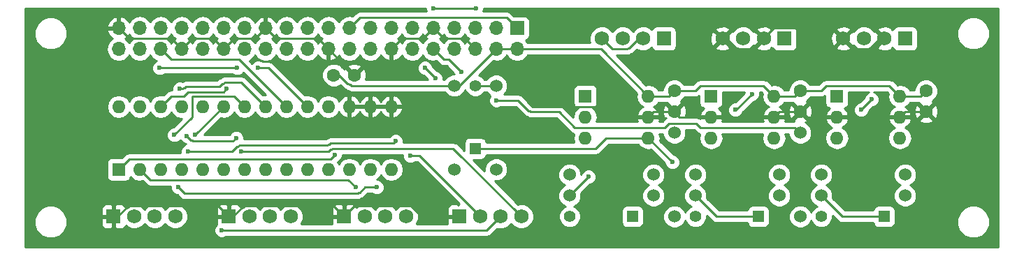
<source format=gbr>
G04 #@! TF.FileFunction,Copper,L2,Bot,Signal*
%FSLAX46Y46*%
G04 Gerber Fmt 4.6, Leading zero omitted, Abs format (unit mm)*
G04 Created by KiCad (PCBNEW 4.0.6) date Tue Sep 19 20:34:45 2017*
%MOMM*%
%LPD*%
G01*
G04 APERTURE LIST*
%ADD10C,0.100000*%
%ADD11R,1.700000X1.700000*%
%ADD12O,1.700000X1.700000*%
%ADD13R,1.600000X1.600000*%
%ADD14O,1.600000X1.600000*%
%ADD15C,1.600000*%
%ADD16C,1.524000*%
%ADD17R,1.397000X1.397000*%
%ADD18C,1.397000*%
%ADD19R,1.750000X1.750000*%
%ADD20C,1.750000*%
%ADD21C,0.600000*%
%ADD22C,0.250000*%
%ADD23C,0.254000*%
G04 APERTURE END LIST*
D10*
D11*
X118110000Y-104140000D03*
D12*
X118110000Y-106680000D03*
X115570000Y-104140000D03*
X115570000Y-106680000D03*
X113030000Y-104140000D03*
X113030000Y-106680000D03*
X110490000Y-104140000D03*
X110490000Y-106680000D03*
X107950000Y-104140000D03*
X107950000Y-106680000D03*
X105410000Y-104140000D03*
X105410000Y-106680000D03*
X102870000Y-104140000D03*
X102870000Y-106680000D03*
X100330000Y-104140000D03*
X100330000Y-106680000D03*
X97790000Y-104140000D03*
X97790000Y-106680000D03*
X95250000Y-104140000D03*
X95250000Y-106680000D03*
X92710000Y-104140000D03*
X92710000Y-106680000D03*
X90170000Y-104140000D03*
X90170000Y-106680000D03*
X87630000Y-104140000D03*
X87630000Y-106680000D03*
X85090000Y-104140000D03*
X85090000Y-106680000D03*
X82550000Y-104140000D03*
X82550000Y-106680000D03*
X80010000Y-104140000D03*
X80010000Y-106680000D03*
X77470000Y-104140000D03*
X77470000Y-106680000D03*
X74930000Y-104140000D03*
X74930000Y-106680000D03*
X72390000Y-104140000D03*
X72390000Y-106680000D03*
X69850000Y-104140000D03*
X69850000Y-106680000D03*
D13*
X69850000Y-121285000D03*
D14*
X102870000Y-113665000D03*
X72390000Y-121285000D03*
X100330000Y-113665000D03*
X74930000Y-121285000D03*
X97790000Y-113665000D03*
X77470000Y-121285000D03*
X95250000Y-113665000D03*
X80010000Y-121285000D03*
X92710000Y-113665000D03*
X82550000Y-121285000D03*
X90170000Y-113665000D03*
X85090000Y-121285000D03*
X87630000Y-113665000D03*
X87630000Y-121285000D03*
X85090000Y-113665000D03*
X90170000Y-121285000D03*
X82550000Y-113665000D03*
X92710000Y-121285000D03*
X80010000Y-113665000D03*
X95250000Y-121285000D03*
X77470000Y-113665000D03*
X97790000Y-121285000D03*
X74930000Y-113665000D03*
X100330000Y-121285000D03*
X72390000Y-113665000D03*
X102870000Y-121285000D03*
X69850000Y-113665000D03*
D13*
X126365000Y-112395000D03*
D14*
X133985000Y-117475000D03*
X126365000Y-114935000D03*
X133985000Y-114935000D03*
X126365000Y-117475000D03*
X133985000Y-112395000D03*
D13*
X141605000Y-112395000D03*
D14*
X149225000Y-117475000D03*
X141605000Y-114935000D03*
X149225000Y-114935000D03*
X141605000Y-117475000D03*
X149225000Y-112395000D03*
D13*
X156845000Y-112395000D03*
D14*
X164465000Y-117475000D03*
X156845000Y-114935000D03*
X164465000Y-114935000D03*
X156845000Y-117475000D03*
X164465000Y-112395000D03*
D15*
X137160000Y-111760000D03*
X137160000Y-114260000D03*
X152400000Y-111760000D03*
X152400000Y-114260000D03*
X167640000Y-111760000D03*
X167640000Y-114260000D03*
D16*
X134620000Y-124460000D03*
X124460000Y-124460000D03*
X124460000Y-121920000D03*
X134620000Y-121920000D03*
X110490000Y-111125000D03*
X110490000Y-121285000D03*
X137160000Y-127000000D03*
X137160000Y-116840000D03*
X139700000Y-121920000D03*
X149860000Y-121920000D03*
X139700000Y-124460000D03*
X149860000Y-124460000D03*
X154940000Y-121920000D03*
X165100000Y-121920000D03*
X154940000Y-124460000D03*
X165100000Y-124460000D03*
X152400000Y-116840000D03*
X152400000Y-127000000D03*
X115570000Y-121285000D03*
X115570000Y-111125000D03*
D17*
X132080000Y-127000000D03*
D18*
X124460000Y-127000000D03*
D17*
X113030000Y-118745000D03*
D18*
X113030000Y-111125000D03*
D17*
X147320000Y-127000000D03*
D18*
X139700000Y-127000000D03*
D17*
X162560000Y-127000000D03*
D18*
X154940000Y-127000000D03*
D15*
X95885000Y-109855000D03*
X98385000Y-109855000D03*
D19*
X69215000Y-127000000D03*
D20*
X71715000Y-127000000D03*
X74215000Y-127000000D03*
X76715000Y-127000000D03*
D19*
X83185000Y-127000000D03*
D20*
X85685000Y-127000000D03*
X88185000Y-127000000D03*
X90685000Y-127000000D03*
D19*
X97155000Y-127000000D03*
D20*
X99655000Y-127000000D03*
X102155000Y-127000000D03*
X104655000Y-127000000D03*
D19*
X111125000Y-127000000D03*
D20*
X113625000Y-127000000D03*
X116125000Y-127000000D03*
X118625000Y-127000000D03*
D19*
X135890000Y-105410000D03*
D20*
X133390000Y-105410000D03*
X130890000Y-105410000D03*
X128390000Y-105410000D03*
D19*
X150495000Y-105410000D03*
D20*
X147995000Y-105410000D03*
X145495000Y-105410000D03*
X142995000Y-105410000D03*
D19*
X165100000Y-105410000D03*
D20*
X162600000Y-105410000D03*
X160100000Y-105410000D03*
X157600000Y-105410000D03*
D21*
X115316000Y-108966000D03*
X86741000Y-108966000D03*
X84201000Y-108966000D03*
X74803000Y-108966000D03*
X77216000Y-111506000D03*
X76581000Y-117094000D03*
X79121000Y-117094000D03*
X84074000Y-117475000D03*
X78105000Y-117221000D03*
X82931000Y-111506000D03*
X96012000Y-119507000D03*
X98552000Y-123444000D03*
X77089000Y-123444000D03*
X101092000Y-123444000D03*
X105156000Y-119634000D03*
X103378000Y-117856000D03*
X78232000Y-119126000D03*
X82296000Y-128651000D03*
X84709000Y-119126000D03*
X113157000Y-101727000D03*
X107950000Y-101727000D03*
X106934000Y-108966000D03*
X108204000Y-110236000D03*
X136906000Y-120396000D03*
X111379000Y-109474000D03*
X146558000Y-112141000D03*
X144526000Y-114046000D03*
X159766000Y-114046000D03*
X161036000Y-112776000D03*
X126746000Y-122174000D03*
X115570000Y-112903000D03*
D22*
X118110000Y-104140000D02*
X116840000Y-102870000D01*
X116840000Y-102870000D02*
X99060000Y-102870000D01*
X99060000Y-102870000D02*
X97790000Y-104140000D01*
X133985000Y-112395000D02*
X128270000Y-106680000D01*
X128270000Y-106680000D02*
X118110000Y-106680000D01*
X115570000Y-106680000D02*
X111125000Y-111125000D01*
X111125000Y-111125000D02*
X110490000Y-111125000D01*
X110490000Y-111125000D02*
X98044000Y-111125000D01*
X98044000Y-111125000D02*
X97917000Y-110998000D01*
X97917000Y-110998000D02*
X97790000Y-110998000D01*
X97790000Y-110998000D02*
X97663000Y-110871000D01*
X97663000Y-110871000D02*
X97536000Y-110871000D01*
X97536000Y-110871000D02*
X96520000Y-109855000D01*
X96520000Y-109855000D02*
X95885000Y-109855000D01*
X149225000Y-112395000D02*
X147955000Y-111125000D01*
X147955000Y-111125000D02*
X140335000Y-111125000D01*
X140335000Y-111125000D02*
X139700000Y-111760000D01*
X139700000Y-111760000D02*
X137160000Y-111760000D01*
X164465000Y-112395000D02*
X163195000Y-111125000D01*
X163195000Y-111125000D02*
X155575000Y-111125000D01*
X155575000Y-111125000D02*
X154940000Y-111760000D01*
X154940000Y-111760000D02*
X152400000Y-111760000D01*
X167640000Y-111760000D02*
X167005000Y-112395000D01*
X167005000Y-112395000D02*
X164465000Y-112395000D01*
X152400000Y-111760000D02*
X151765000Y-112395000D01*
X151765000Y-112395000D02*
X149225000Y-112395000D01*
X137160000Y-111760000D02*
X136525000Y-112395000D01*
X136525000Y-112395000D02*
X133985000Y-112395000D01*
X118110000Y-106680000D02*
X115570000Y-106680000D01*
X115316000Y-108966000D02*
X120015000Y-113665000D01*
X120015000Y-113665000D02*
X127635000Y-113665000D01*
X127635000Y-113665000D02*
X128905000Y-114935000D01*
X128905000Y-114935000D02*
X133985000Y-114935000D01*
X98385000Y-109855000D02*
X98425000Y-109855000D01*
X98425000Y-109855000D02*
X95250000Y-106680000D01*
X77470000Y-106680000D02*
X76200000Y-105410000D01*
X76200000Y-105410000D02*
X71120000Y-105410000D01*
X71120000Y-105410000D02*
X69850000Y-104140000D01*
X95250000Y-106680000D02*
X93980000Y-105410000D01*
X93980000Y-105410000D02*
X88900000Y-105410000D01*
X88900000Y-105410000D02*
X87630000Y-104140000D01*
X102870000Y-106680000D02*
X104140000Y-105410000D01*
X104140000Y-105410000D02*
X106680000Y-105410000D01*
X106680000Y-105410000D02*
X107950000Y-104140000D01*
X107950000Y-104140000D02*
X109220000Y-105410000D01*
X109220000Y-105410000D02*
X111760000Y-105410000D01*
X111760000Y-105410000D02*
X113030000Y-106680000D01*
X87630000Y-104140000D02*
X86360000Y-105410000D01*
X86360000Y-105410000D02*
X83820000Y-105410000D01*
X83820000Y-105410000D02*
X82550000Y-106680000D01*
X97155000Y-127000000D02*
X95885000Y-125730000D01*
X95885000Y-125730000D02*
X85090000Y-125730000D01*
X85090000Y-125730000D02*
X84963000Y-125857000D01*
X84963000Y-125857000D02*
X84836000Y-125857000D01*
X84836000Y-125857000D02*
X83693000Y-127000000D01*
X83693000Y-127000000D02*
X83185000Y-127000000D01*
X97155000Y-127000000D02*
X98425000Y-125730000D01*
X98425000Y-125730000D02*
X105283000Y-125730000D01*
X105283000Y-125730000D02*
X106553000Y-127000000D01*
X106553000Y-127000000D02*
X111125000Y-127000000D01*
X83185000Y-127000000D02*
X81915000Y-125730000D01*
X81915000Y-125730000D02*
X71120000Y-125730000D01*
X71120000Y-125730000D02*
X70993000Y-125857000D01*
X70993000Y-125857000D02*
X70866000Y-125857000D01*
X70866000Y-125857000D02*
X69723000Y-127000000D01*
X69723000Y-127000000D02*
X69215000Y-127000000D01*
X157600000Y-105410000D02*
X157607000Y-105410000D01*
X157607000Y-105410000D02*
X156337000Y-104140000D01*
X156337000Y-104140000D02*
X149225000Y-104140000D01*
X149225000Y-104140000D02*
X147955000Y-105410000D01*
X147955000Y-105410000D02*
X147995000Y-105410000D01*
X156845000Y-114935000D02*
X164465000Y-114935000D01*
X141605000Y-114935000D02*
X149225000Y-114935000D01*
X152400000Y-114260000D02*
X152400000Y-114300000D01*
X152400000Y-114300000D02*
X153035000Y-114935000D01*
X153035000Y-114935000D02*
X156845000Y-114935000D01*
X137160000Y-114260000D02*
X137160000Y-114300000D01*
X137160000Y-114300000D02*
X137795000Y-114935000D01*
X137795000Y-114935000D02*
X141605000Y-114935000D01*
X164465000Y-114935000D02*
X165100000Y-114300000D01*
X165100000Y-114300000D02*
X167640000Y-114300000D01*
X167640000Y-114300000D02*
X167640000Y-114260000D01*
X149225000Y-114935000D02*
X149860000Y-114300000D01*
X149860000Y-114300000D02*
X152400000Y-114300000D01*
X152400000Y-114300000D02*
X152400000Y-114260000D01*
X133985000Y-114935000D02*
X134620000Y-114300000D01*
X134620000Y-114300000D02*
X137160000Y-114300000D01*
X137160000Y-114300000D02*
X137160000Y-114260000D01*
X82550000Y-106680000D02*
X81280000Y-105410000D01*
X81280000Y-105410000D02*
X78740000Y-105410000D01*
X78740000Y-105410000D02*
X77470000Y-106680000D01*
X157600000Y-105410000D02*
X157607000Y-105410000D01*
X157607000Y-105410000D02*
X158877000Y-106680000D01*
X158877000Y-106680000D02*
X160655000Y-106680000D01*
X160655000Y-106680000D02*
X160782000Y-106553000D01*
X160782000Y-106553000D02*
X160909000Y-106553000D01*
X160909000Y-106553000D02*
X162052000Y-105410000D01*
X162052000Y-105410000D02*
X162600000Y-105410000D01*
X147995000Y-105410000D02*
X147955000Y-105410000D01*
X147955000Y-105410000D02*
X146685000Y-106680000D01*
X146685000Y-106680000D02*
X144907000Y-106680000D01*
X144907000Y-106680000D02*
X144780000Y-106553000D01*
X144780000Y-106553000D02*
X144653000Y-106553000D01*
X144653000Y-106553000D02*
X143510000Y-105410000D01*
X143510000Y-105410000D02*
X142995000Y-105410000D01*
X97790000Y-113665000D02*
X100330000Y-113665000D01*
X100330000Y-113665000D02*
X102870000Y-113665000D01*
X92710000Y-113665000D02*
X88011000Y-108966000D01*
X88011000Y-108966000D02*
X86741000Y-108966000D01*
X84201000Y-108966000D02*
X74803000Y-108966000D01*
X90170000Y-113665000D02*
X84455000Y-107950000D01*
X84455000Y-107950000D02*
X76200000Y-107950000D01*
X76200000Y-107950000D02*
X74930000Y-106680000D01*
X87630000Y-113665000D02*
X84709000Y-110744000D01*
X84709000Y-110744000D02*
X82677000Y-110744000D01*
X82677000Y-110744000D02*
X82550000Y-110871000D01*
X82550000Y-110871000D02*
X82423000Y-110871000D01*
X82423000Y-110871000D02*
X82042000Y-111252000D01*
X82042000Y-111252000D02*
X77978000Y-111252000D01*
X77978000Y-111252000D02*
X77851000Y-111379000D01*
X77851000Y-111379000D02*
X77724000Y-111379000D01*
X77724000Y-111379000D02*
X77597000Y-111506000D01*
X77597000Y-111506000D02*
X77216000Y-111506000D01*
X85090000Y-113665000D02*
X83820000Y-112395000D01*
X83820000Y-112395000D02*
X78740000Y-112395000D01*
X78740000Y-112395000D02*
X78740000Y-114935000D01*
X78740000Y-114935000D02*
X76581000Y-117094000D01*
X79121000Y-117094000D02*
X82550000Y-113665000D01*
X84074000Y-117475000D02*
X83693000Y-117856000D01*
X83693000Y-117856000D02*
X78867000Y-117856000D01*
X78867000Y-117856000D02*
X78740000Y-117729000D01*
X78740000Y-117729000D02*
X78613000Y-117729000D01*
X78613000Y-117729000D02*
X78105000Y-117221000D01*
X82931000Y-111506000D02*
X82550000Y-111887000D01*
X82550000Y-111887000D02*
X78232000Y-111887000D01*
X78232000Y-111887000D02*
X77724000Y-112395000D01*
X77724000Y-112395000D02*
X76200000Y-112395000D01*
X76200000Y-112395000D02*
X74930000Y-113665000D01*
X96012000Y-119507000D02*
X95504000Y-120015000D01*
X95504000Y-120015000D02*
X71120000Y-120015000D01*
X71120000Y-120015000D02*
X69850000Y-121285000D01*
X98552000Y-123444000D02*
X97663000Y-122555000D01*
X97663000Y-122555000D02*
X73660000Y-122555000D01*
X73660000Y-122555000D02*
X72390000Y-121285000D01*
X77089000Y-123444000D02*
X77851000Y-124206000D01*
X77851000Y-124206000D02*
X98806000Y-124206000D01*
X98806000Y-124206000D02*
X98933000Y-124079000D01*
X98933000Y-124079000D02*
X99060000Y-124079000D01*
X99060000Y-124079000D02*
X99695000Y-123444000D01*
X99695000Y-123444000D02*
X101092000Y-123444000D01*
X113625000Y-127000000D02*
X113665000Y-127000000D01*
X113665000Y-127000000D02*
X106299000Y-119634000D01*
X106299000Y-119634000D02*
X105156000Y-119634000D01*
X103378000Y-117856000D02*
X103124000Y-118110000D01*
X103124000Y-118110000D02*
X95504000Y-118110000D01*
X95504000Y-118110000D02*
X95377000Y-118237000D01*
X95377000Y-118237000D02*
X95250000Y-118237000D01*
X95250000Y-118237000D02*
X95123000Y-118364000D01*
X95123000Y-118364000D02*
X84455000Y-118364000D01*
X84455000Y-118364000D02*
X84328000Y-118491000D01*
X84328000Y-118491000D02*
X84201000Y-118491000D01*
X84201000Y-118491000D02*
X83566000Y-119126000D01*
X83566000Y-119126000D02*
X78232000Y-119126000D01*
X116125000Y-127000000D02*
X116078000Y-127000000D01*
X116078000Y-127000000D02*
X114427000Y-128651000D01*
X114427000Y-128651000D02*
X82296000Y-128651000D01*
X118625000Y-127000000D02*
X118618000Y-127000000D01*
X118618000Y-127000000D02*
X110363000Y-118745000D01*
X110363000Y-118745000D02*
X95758000Y-118745000D01*
X95758000Y-118745000D02*
X95631000Y-118872000D01*
X95631000Y-118872000D02*
X95504000Y-118872000D01*
X95504000Y-118872000D02*
X95250000Y-119126000D01*
X95250000Y-119126000D02*
X84709000Y-119126000D01*
X113157000Y-101727000D02*
X107950000Y-101727000D01*
X106934000Y-108966000D02*
X108204000Y-110236000D01*
X128390000Y-105410000D02*
X128397000Y-105410000D01*
X128397000Y-105410000D02*
X129667000Y-106680000D01*
X129667000Y-106680000D02*
X131445000Y-106680000D01*
X131445000Y-106680000D02*
X131572000Y-106553000D01*
X131572000Y-106553000D02*
X131699000Y-106553000D01*
X131699000Y-106553000D02*
X132842000Y-105410000D01*
X132842000Y-105410000D02*
X133390000Y-105410000D01*
X113030000Y-118745000D02*
X127635000Y-118745000D01*
X127635000Y-118745000D02*
X128905000Y-117475000D01*
X128905000Y-117475000D02*
X133985000Y-117475000D01*
X133985000Y-117475000D02*
X136906000Y-120396000D01*
X111379000Y-109474000D02*
X109855000Y-107950000D01*
X109855000Y-107950000D02*
X109220000Y-107950000D01*
X109220000Y-107950000D02*
X107950000Y-106680000D01*
X115570000Y-111125000D02*
X113030000Y-111125000D01*
X139700000Y-124460000D02*
X142240000Y-127000000D01*
X142240000Y-127000000D02*
X147320000Y-127000000D01*
X146558000Y-112141000D02*
X144653000Y-114046000D01*
X144653000Y-114046000D02*
X144526000Y-114046000D01*
X154940000Y-124460000D02*
X157480000Y-127000000D01*
X157480000Y-127000000D02*
X162560000Y-127000000D01*
X159766000Y-114046000D02*
X161036000Y-112776000D01*
X124460000Y-124460000D02*
X126746000Y-122174000D01*
X152400000Y-116840000D02*
X151765000Y-116205000D01*
X151765000Y-116205000D02*
X140335000Y-116205000D01*
X140335000Y-116205000D02*
X139827000Y-115697000D01*
X139827000Y-115697000D02*
X136525000Y-115697000D01*
X136525000Y-115697000D02*
X136017000Y-116205000D01*
X136017000Y-116205000D02*
X125095000Y-116205000D01*
X125095000Y-116205000D02*
X123190000Y-114300000D01*
X123190000Y-114300000D02*
X119761000Y-114300000D01*
X119761000Y-114300000D02*
X119634000Y-114173000D01*
X119634000Y-114173000D02*
X119507000Y-114173000D01*
X119507000Y-114173000D02*
X118237000Y-112903000D01*
X118237000Y-112903000D02*
X115570000Y-112903000D01*
D23*
G36*
X107014838Y-101912167D02*
X107096581Y-102110000D01*
X99060000Y-102110000D01*
X98769160Y-102167852D01*
X98522599Y-102332599D01*
X98156408Y-102698790D01*
X97790000Y-102625907D01*
X97221715Y-102738946D01*
X96739946Y-103060853D01*
X96520000Y-103390026D01*
X96300054Y-103060853D01*
X95818285Y-102738946D01*
X95250000Y-102625907D01*
X94681715Y-102738946D01*
X94199946Y-103060853D01*
X93980000Y-103390026D01*
X93760054Y-103060853D01*
X93278285Y-102738946D01*
X92710000Y-102625907D01*
X92141715Y-102738946D01*
X91659946Y-103060853D01*
X91440000Y-103390026D01*
X91220054Y-103060853D01*
X90738285Y-102738946D01*
X90170000Y-102625907D01*
X89601715Y-102738946D01*
X89119946Y-103060853D01*
X88892298Y-103401553D01*
X88825183Y-103258642D01*
X88396924Y-102868355D01*
X87986890Y-102698524D01*
X87757000Y-102819845D01*
X87757000Y-104013000D01*
X87777000Y-104013000D01*
X87777000Y-104267000D01*
X87757000Y-104267000D01*
X87757000Y-104287000D01*
X87503000Y-104287000D01*
X87503000Y-104267000D01*
X87483000Y-104267000D01*
X87483000Y-104013000D01*
X87503000Y-104013000D01*
X87503000Y-102819845D01*
X87273110Y-102698524D01*
X86863076Y-102868355D01*
X86434817Y-103258642D01*
X86367702Y-103401553D01*
X86140054Y-103060853D01*
X85658285Y-102738946D01*
X85090000Y-102625907D01*
X84521715Y-102738946D01*
X84039946Y-103060853D01*
X83820000Y-103390026D01*
X83600054Y-103060853D01*
X83118285Y-102738946D01*
X82550000Y-102625907D01*
X81981715Y-102738946D01*
X81499946Y-103060853D01*
X81280000Y-103390026D01*
X81060054Y-103060853D01*
X80578285Y-102738946D01*
X80010000Y-102625907D01*
X79441715Y-102738946D01*
X78959946Y-103060853D01*
X78740000Y-103390026D01*
X78520054Y-103060853D01*
X78038285Y-102738946D01*
X77470000Y-102625907D01*
X76901715Y-102738946D01*
X76419946Y-103060853D01*
X76200000Y-103390026D01*
X75980054Y-103060853D01*
X75498285Y-102738946D01*
X74930000Y-102625907D01*
X74361715Y-102738946D01*
X73879946Y-103060853D01*
X73660000Y-103390026D01*
X73440054Y-103060853D01*
X72958285Y-102738946D01*
X72390000Y-102625907D01*
X71821715Y-102738946D01*
X71339946Y-103060853D01*
X71112298Y-103401553D01*
X71045183Y-103258642D01*
X70616924Y-102868355D01*
X70206890Y-102698524D01*
X69977000Y-102819845D01*
X69977000Y-104013000D01*
X69997000Y-104013000D01*
X69997000Y-104267000D01*
X69977000Y-104267000D01*
X69977000Y-104287000D01*
X69723000Y-104287000D01*
X69723000Y-104267000D01*
X68529181Y-104267000D01*
X68408514Y-104496892D01*
X68654817Y-105021358D01*
X69083076Y-105411645D01*
X69083101Y-105411655D01*
X68799946Y-105600853D01*
X68478039Y-106082622D01*
X68365000Y-106650907D01*
X68365000Y-106709093D01*
X68478039Y-107277378D01*
X68799946Y-107759147D01*
X69281715Y-108081054D01*
X69850000Y-108194093D01*
X70418285Y-108081054D01*
X70900054Y-107759147D01*
X71120000Y-107429974D01*
X71339946Y-107759147D01*
X71821715Y-108081054D01*
X72390000Y-108194093D01*
X72958285Y-108081054D01*
X73440054Y-107759147D01*
X73660000Y-107429974D01*
X73879946Y-107759147D01*
X74361715Y-108081054D01*
X74452565Y-108099125D01*
X74274057Y-108172883D01*
X74010808Y-108435673D01*
X73868162Y-108779201D01*
X73867838Y-109151167D01*
X74009883Y-109494943D01*
X74272673Y-109758192D01*
X74616201Y-109900838D01*
X74988167Y-109901162D01*
X75331943Y-109759117D01*
X75365118Y-109726000D01*
X83638537Y-109726000D01*
X83670673Y-109758192D01*
X84014201Y-109900838D01*
X84386167Y-109901162D01*
X84729943Y-109759117D01*
X84959829Y-109529632D01*
X87632602Y-112202405D01*
X87630000Y-112201887D01*
X87306114Y-112266312D01*
X85246401Y-110206599D01*
X84999839Y-110041852D01*
X84709000Y-109984000D01*
X82677000Y-109984000D01*
X82386161Y-110041852D01*
X82223191Y-110150745D01*
X82132160Y-110168852D01*
X81885599Y-110333599D01*
X81727198Y-110492000D01*
X77978000Y-110492000D01*
X77687161Y-110549852D01*
X77558505Y-110635817D01*
X77402799Y-110571162D01*
X77030833Y-110570838D01*
X76687057Y-110712883D01*
X76423808Y-110975673D01*
X76281162Y-111319201D01*
X76280887Y-111635000D01*
X76200000Y-111635000D01*
X75909160Y-111692852D01*
X75662599Y-111857599D01*
X75253886Y-112266312D01*
X74930000Y-112201887D01*
X74380849Y-112311120D01*
X73915302Y-112622189D01*
X73660000Y-113004275D01*
X73404698Y-112622189D01*
X72939151Y-112311120D01*
X72390000Y-112201887D01*
X71840849Y-112311120D01*
X71375302Y-112622189D01*
X71120000Y-113004275D01*
X70864698Y-112622189D01*
X70399151Y-112311120D01*
X69850000Y-112201887D01*
X69300849Y-112311120D01*
X68835302Y-112622189D01*
X68524233Y-113087736D01*
X68415000Y-113636887D01*
X68415000Y-113693113D01*
X68524233Y-114242264D01*
X68835302Y-114707811D01*
X69300849Y-115018880D01*
X69850000Y-115128113D01*
X70399151Y-115018880D01*
X70864698Y-114707811D01*
X71120000Y-114325725D01*
X71375302Y-114707811D01*
X71840849Y-115018880D01*
X72390000Y-115128113D01*
X72939151Y-115018880D01*
X73404698Y-114707811D01*
X73660000Y-114325725D01*
X73915302Y-114707811D01*
X74380849Y-115018880D01*
X74930000Y-115128113D01*
X75479151Y-115018880D01*
X75944698Y-114707811D01*
X76200000Y-114325725D01*
X76455302Y-114707811D01*
X76920849Y-115018880D01*
X77470000Y-115128113D01*
X77472603Y-115127595D01*
X76441320Y-116158878D01*
X76395833Y-116158838D01*
X76052057Y-116300883D01*
X75788808Y-116563673D01*
X75646162Y-116907201D01*
X75645838Y-117279167D01*
X75787883Y-117622943D01*
X76050673Y-117886192D01*
X76394201Y-118028838D01*
X76766167Y-118029162D01*
X77109943Y-117887117D01*
X77293040Y-117704339D01*
X77311883Y-117749943D01*
X77574673Y-118013192D01*
X77918201Y-118155838D01*
X77965077Y-118155879D01*
X78013719Y-118204521D01*
X77703057Y-118332883D01*
X77439808Y-118595673D01*
X77297162Y-118939201D01*
X77296887Y-119255000D01*
X71120000Y-119255000D01*
X70829160Y-119312852D01*
X70582599Y-119477599D01*
X70222638Y-119837560D01*
X69050000Y-119837560D01*
X68814683Y-119881838D01*
X68598559Y-120020910D01*
X68453569Y-120233110D01*
X68402560Y-120485000D01*
X68402560Y-122085000D01*
X68446838Y-122320317D01*
X68585910Y-122536441D01*
X68798110Y-122681431D01*
X69050000Y-122732440D01*
X70650000Y-122732440D01*
X70885317Y-122688162D01*
X71101441Y-122549090D01*
X71246431Y-122336890D01*
X71277815Y-122181911D01*
X71375302Y-122327811D01*
X71840849Y-122638880D01*
X72390000Y-122748113D01*
X72713886Y-122683688D01*
X73122599Y-123092401D01*
X73369160Y-123257148D01*
X73660000Y-123315000D01*
X76154112Y-123315000D01*
X76153838Y-123629167D01*
X76295883Y-123972943D01*
X76558673Y-124236192D01*
X76902201Y-124378838D01*
X76949077Y-124378879D01*
X77313599Y-124743401D01*
X77560161Y-124908148D01*
X77851000Y-124966000D01*
X98806000Y-124966000D01*
X99096839Y-124908148D01*
X99259809Y-124799255D01*
X99350839Y-124781148D01*
X99597401Y-124616401D01*
X100009802Y-124204000D01*
X100529537Y-124204000D01*
X100561673Y-124236192D01*
X100905201Y-124378838D01*
X101277167Y-124379162D01*
X101620943Y-124237117D01*
X101884192Y-123974327D01*
X102026838Y-123630799D01*
X102027162Y-123258833D01*
X101885117Y-122915057D01*
X101622327Y-122651808D01*
X101278799Y-122509162D01*
X101073555Y-122508983D01*
X101344698Y-122327811D01*
X101600000Y-121945725D01*
X101855302Y-122327811D01*
X102320849Y-122638880D01*
X102870000Y-122748113D01*
X103419151Y-122638880D01*
X103884698Y-122327811D01*
X104195767Y-121862264D01*
X104305000Y-121313113D01*
X104305000Y-121256887D01*
X104195767Y-120707736D01*
X103884698Y-120242189D01*
X103419151Y-119931120D01*
X102870000Y-119821887D01*
X102320849Y-119931120D01*
X101855302Y-120242189D01*
X101600000Y-120624275D01*
X101344698Y-120242189D01*
X100879151Y-119931120D01*
X100330000Y-119821887D01*
X99780849Y-119931120D01*
X99315302Y-120242189D01*
X99060000Y-120624275D01*
X98804698Y-120242189D01*
X98339151Y-119931120D01*
X97790000Y-119821887D01*
X97240849Y-119931120D01*
X96775302Y-120242189D01*
X96520000Y-120624275D01*
X96354797Y-120377031D01*
X96540943Y-120300117D01*
X96804192Y-120037327D01*
X96946838Y-119693799D01*
X96947002Y-119505000D01*
X104221112Y-119505000D01*
X104220838Y-119819167D01*
X104362883Y-120162943D01*
X104625673Y-120426192D01*
X104969201Y-120568838D01*
X105341167Y-120569162D01*
X105684943Y-120427117D01*
X105718118Y-120394000D01*
X105984198Y-120394000D01*
X111080198Y-125490000D01*
X110997998Y-125490000D01*
X110997998Y-125648748D01*
X110839250Y-125490000D01*
X110123691Y-125490000D01*
X109890302Y-125586673D01*
X109711673Y-125765301D01*
X109615000Y-125998690D01*
X109615000Y-126714250D01*
X109773750Y-126873000D01*
X110998000Y-126873000D01*
X110998000Y-126853000D01*
X111252000Y-126853000D01*
X111252000Y-126873000D01*
X111272000Y-126873000D01*
X111272000Y-127127000D01*
X111252000Y-127127000D01*
X111252000Y-127147000D01*
X110998000Y-127147000D01*
X110998000Y-127127000D01*
X109773750Y-127127000D01*
X109615000Y-127285750D01*
X109615000Y-127891000D01*
X105899773Y-127891000D01*
X105934370Y-127856463D01*
X106164738Y-127301675D01*
X106165262Y-126700960D01*
X105935862Y-126145771D01*
X105511463Y-125720630D01*
X104956675Y-125490262D01*
X104355960Y-125489738D01*
X103800771Y-125719138D01*
X103404682Y-126114536D01*
X103011463Y-125720630D01*
X102456675Y-125490262D01*
X101855960Y-125489738D01*
X101300771Y-125719138D01*
X100904682Y-126114536D01*
X100511463Y-125720630D01*
X99956675Y-125490262D01*
X99355960Y-125489738D01*
X98800771Y-125719138D01*
X98622797Y-125896802D01*
X98568327Y-125765301D01*
X98389698Y-125586673D01*
X98156309Y-125490000D01*
X97440750Y-125490000D01*
X97282000Y-125648750D01*
X97282000Y-126873000D01*
X97302000Y-126873000D01*
X97302000Y-127127000D01*
X97282000Y-127127000D01*
X97282000Y-127147000D01*
X97028000Y-127147000D01*
X97028000Y-127127000D01*
X95803750Y-127127000D01*
X95645000Y-127285750D01*
X95645000Y-127891000D01*
X91929773Y-127891000D01*
X91964370Y-127856463D01*
X92194738Y-127301675D01*
X92195262Y-126700960D01*
X91965862Y-126145771D01*
X91819038Y-125998690D01*
X95645000Y-125998690D01*
X95645000Y-126714250D01*
X95803750Y-126873000D01*
X97028000Y-126873000D01*
X97028000Y-125648750D01*
X96869250Y-125490000D01*
X96153691Y-125490000D01*
X95920302Y-125586673D01*
X95741673Y-125765301D01*
X95645000Y-125998690D01*
X91819038Y-125998690D01*
X91541463Y-125720630D01*
X90986675Y-125490262D01*
X90385960Y-125489738D01*
X89830771Y-125719138D01*
X89434682Y-126114536D01*
X89041463Y-125720630D01*
X88486675Y-125490262D01*
X87885960Y-125489738D01*
X87330771Y-125719138D01*
X86934682Y-126114536D01*
X86541463Y-125720630D01*
X85986675Y-125490262D01*
X85385960Y-125489738D01*
X84830771Y-125719138D01*
X84652797Y-125896802D01*
X84598327Y-125765301D01*
X84419698Y-125586673D01*
X84186309Y-125490000D01*
X83470750Y-125490000D01*
X83312000Y-125648750D01*
X83312000Y-126873000D01*
X83332000Y-126873000D01*
X83332000Y-127127000D01*
X83312000Y-127127000D01*
X83312000Y-127147000D01*
X83058000Y-127147000D01*
X83058000Y-127127000D01*
X81833750Y-127127000D01*
X81675000Y-127285750D01*
X81675000Y-127949779D01*
X81503808Y-128120673D01*
X81361162Y-128464201D01*
X81360838Y-128836167D01*
X81502883Y-129179943D01*
X81765673Y-129443192D01*
X82109201Y-129585838D01*
X82481167Y-129586162D01*
X82824943Y-129444117D01*
X82858118Y-129411000D01*
X114427000Y-129411000D01*
X114717839Y-129353148D01*
X114964401Y-129188401D01*
X115695953Y-128456849D01*
X115823325Y-128509738D01*
X116424040Y-128510262D01*
X116979229Y-128280862D01*
X117375318Y-127885464D01*
X117768537Y-128279370D01*
X118323325Y-128509738D01*
X118924040Y-128510262D01*
X119479229Y-128280862D01*
X119904370Y-127856463D01*
X120134738Y-127301675D01*
X120135262Y-126700960D01*
X119905862Y-126145771D01*
X119481463Y-125720630D01*
X118926675Y-125490262D01*
X118325960Y-125489738D01*
X118224473Y-125531671D01*
X115374632Y-122681830D01*
X115846661Y-122682242D01*
X116360303Y-122470010D01*
X116634129Y-122196661D01*
X123062758Y-122196661D01*
X123274990Y-122710303D01*
X123667630Y-123103629D01*
X123875512Y-123189949D01*
X123669697Y-123274990D01*
X123276371Y-123667630D01*
X123063243Y-124180900D01*
X123062758Y-124736661D01*
X123274990Y-125250303D01*
X123667630Y-125643629D01*
X123958449Y-125764387D01*
X123705620Y-125868854D01*
X123330173Y-126243647D01*
X123126732Y-126733587D01*
X123126269Y-127264086D01*
X123328854Y-127754380D01*
X123703647Y-128129827D01*
X124193587Y-128333268D01*
X124724086Y-128333731D01*
X125214380Y-128131146D01*
X125589827Y-127756353D01*
X125793268Y-127266413D01*
X125793731Y-126735914D01*
X125614236Y-126301500D01*
X130734060Y-126301500D01*
X130734060Y-127698500D01*
X130778338Y-127933817D01*
X130917410Y-128149941D01*
X131129610Y-128294931D01*
X131381500Y-128345940D01*
X132778500Y-128345940D01*
X133013817Y-128301662D01*
X133229941Y-128162590D01*
X133374931Y-127950390D01*
X133425940Y-127698500D01*
X133425940Y-127276661D01*
X135762758Y-127276661D01*
X135974990Y-127790303D01*
X136367630Y-128183629D01*
X136880900Y-128396757D01*
X137436661Y-128397242D01*
X137950303Y-128185010D01*
X138343629Y-127792370D01*
X138464387Y-127501551D01*
X138568854Y-127754380D01*
X138943647Y-128129827D01*
X139433587Y-128333268D01*
X139964086Y-128333731D01*
X140454380Y-128131146D01*
X140829827Y-127756353D01*
X141033268Y-127266413D01*
X141033615Y-126868417D01*
X141702599Y-127537401D01*
X141949160Y-127702148D01*
X141997414Y-127711746D01*
X142240000Y-127760000D01*
X145985632Y-127760000D01*
X146018338Y-127933817D01*
X146157410Y-128149941D01*
X146369610Y-128294931D01*
X146621500Y-128345940D01*
X148018500Y-128345940D01*
X148253817Y-128301662D01*
X148469941Y-128162590D01*
X148614931Y-127950390D01*
X148665940Y-127698500D01*
X148665940Y-127276661D01*
X151002758Y-127276661D01*
X151214990Y-127790303D01*
X151607630Y-128183629D01*
X152120900Y-128396757D01*
X152676661Y-128397242D01*
X153190303Y-128185010D01*
X153583629Y-127792370D01*
X153704387Y-127501551D01*
X153808854Y-127754380D01*
X154183647Y-128129827D01*
X154673587Y-128333268D01*
X155204086Y-128333731D01*
X155694380Y-128131146D01*
X156069827Y-127756353D01*
X156273268Y-127266413D01*
X156273615Y-126868417D01*
X156942599Y-127537401D01*
X157189160Y-127702148D01*
X157237414Y-127711746D01*
X157480000Y-127760000D01*
X161225632Y-127760000D01*
X161258338Y-127933817D01*
X161397410Y-128149941D01*
X161609610Y-128294931D01*
X161861500Y-128345940D01*
X163258500Y-128345940D01*
X163493817Y-128301662D01*
X163709941Y-128162590D01*
X163801827Y-128028109D01*
X171369657Y-128028109D01*
X171671218Y-128757943D01*
X172229120Y-129316819D01*
X172958427Y-129619654D01*
X173748109Y-129620343D01*
X174477943Y-129318782D01*
X175036819Y-128760880D01*
X175339654Y-128031573D01*
X175340343Y-127241891D01*
X175038782Y-126512057D01*
X174480880Y-125953181D01*
X173751573Y-125650346D01*
X172961891Y-125649657D01*
X172232057Y-125951218D01*
X171673181Y-126509120D01*
X171370346Y-127238427D01*
X171369657Y-128028109D01*
X163801827Y-128028109D01*
X163854931Y-127950390D01*
X163905940Y-127698500D01*
X163905940Y-126301500D01*
X163861662Y-126066183D01*
X163722590Y-125850059D01*
X163510390Y-125705069D01*
X163258500Y-125654060D01*
X161861500Y-125654060D01*
X161626183Y-125698338D01*
X161410059Y-125837410D01*
X161265069Y-126049610D01*
X161226514Y-126240000D01*
X157794802Y-126240000D01*
X156324183Y-124769381D01*
X156336757Y-124739100D01*
X156337242Y-124183339D01*
X156125010Y-123669697D01*
X155732370Y-123276371D01*
X155524488Y-123190051D01*
X155730303Y-123105010D01*
X156123629Y-122712370D01*
X156336757Y-122199100D01*
X156336759Y-122196661D01*
X163702758Y-122196661D01*
X163914990Y-122710303D01*
X164307630Y-123103629D01*
X164515512Y-123189949D01*
X164309697Y-123274990D01*
X163916371Y-123667630D01*
X163703243Y-124180900D01*
X163702758Y-124736661D01*
X163914990Y-125250303D01*
X164307630Y-125643629D01*
X164820900Y-125856757D01*
X165376661Y-125857242D01*
X165890303Y-125645010D01*
X166283629Y-125252370D01*
X166496757Y-124739100D01*
X166497242Y-124183339D01*
X166285010Y-123669697D01*
X165892370Y-123276371D01*
X165684488Y-123190051D01*
X165890303Y-123105010D01*
X166283629Y-122712370D01*
X166496757Y-122199100D01*
X166497242Y-121643339D01*
X166285010Y-121129697D01*
X165892370Y-120736371D01*
X165379100Y-120523243D01*
X164823339Y-120522758D01*
X164309697Y-120734990D01*
X163916371Y-121127630D01*
X163703243Y-121640900D01*
X163702758Y-122196661D01*
X156336759Y-122196661D01*
X156337242Y-121643339D01*
X156125010Y-121129697D01*
X155732370Y-120736371D01*
X155219100Y-120523243D01*
X154663339Y-120522758D01*
X154149697Y-120734990D01*
X153756371Y-121127630D01*
X153543243Y-121640900D01*
X153542758Y-122196661D01*
X153754990Y-122710303D01*
X154147630Y-123103629D01*
X154355512Y-123189949D01*
X154149697Y-123274990D01*
X153756371Y-123667630D01*
X153543243Y-124180900D01*
X153542758Y-124736661D01*
X153754990Y-125250303D01*
X154147630Y-125643629D01*
X154438449Y-125764387D01*
X154185620Y-125868854D01*
X153810173Y-126243647D01*
X153704345Y-126498510D01*
X153585010Y-126209697D01*
X153192370Y-125816371D01*
X152679100Y-125603243D01*
X152123339Y-125602758D01*
X151609697Y-125814990D01*
X151216371Y-126207630D01*
X151003243Y-126720900D01*
X151002758Y-127276661D01*
X148665940Y-127276661D01*
X148665940Y-126301500D01*
X148621662Y-126066183D01*
X148482590Y-125850059D01*
X148270390Y-125705069D01*
X148018500Y-125654060D01*
X146621500Y-125654060D01*
X146386183Y-125698338D01*
X146170059Y-125837410D01*
X146025069Y-126049610D01*
X145986514Y-126240000D01*
X142554802Y-126240000D01*
X141084183Y-124769381D01*
X141096757Y-124739100D01*
X141097242Y-124183339D01*
X140885010Y-123669697D01*
X140492370Y-123276371D01*
X140284488Y-123190051D01*
X140490303Y-123105010D01*
X140883629Y-122712370D01*
X141096757Y-122199100D01*
X141096759Y-122196661D01*
X148462758Y-122196661D01*
X148674990Y-122710303D01*
X149067630Y-123103629D01*
X149275512Y-123189949D01*
X149069697Y-123274990D01*
X148676371Y-123667630D01*
X148463243Y-124180900D01*
X148462758Y-124736661D01*
X148674990Y-125250303D01*
X149067630Y-125643629D01*
X149580900Y-125856757D01*
X150136661Y-125857242D01*
X150650303Y-125645010D01*
X151043629Y-125252370D01*
X151256757Y-124739100D01*
X151257242Y-124183339D01*
X151045010Y-123669697D01*
X150652370Y-123276371D01*
X150444488Y-123190051D01*
X150650303Y-123105010D01*
X151043629Y-122712370D01*
X151256757Y-122199100D01*
X151257242Y-121643339D01*
X151045010Y-121129697D01*
X150652370Y-120736371D01*
X150139100Y-120523243D01*
X149583339Y-120522758D01*
X149069697Y-120734990D01*
X148676371Y-121127630D01*
X148463243Y-121640900D01*
X148462758Y-122196661D01*
X141096759Y-122196661D01*
X141097242Y-121643339D01*
X140885010Y-121129697D01*
X140492370Y-120736371D01*
X139979100Y-120523243D01*
X139423339Y-120522758D01*
X138909697Y-120734990D01*
X138516371Y-121127630D01*
X138303243Y-121640900D01*
X138302758Y-122196661D01*
X138514990Y-122710303D01*
X138907630Y-123103629D01*
X139115512Y-123189949D01*
X138909697Y-123274990D01*
X138516371Y-123667630D01*
X138303243Y-124180900D01*
X138302758Y-124736661D01*
X138514990Y-125250303D01*
X138907630Y-125643629D01*
X139198449Y-125764387D01*
X138945620Y-125868854D01*
X138570173Y-126243647D01*
X138464345Y-126498510D01*
X138345010Y-126209697D01*
X137952370Y-125816371D01*
X137439100Y-125603243D01*
X136883339Y-125602758D01*
X136369697Y-125814990D01*
X135976371Y-126207630D01*
X135763243Y-126720900D01*
X135762758Y-127276661D01*
X133425940Y-127276661D01*
X133425940Y-126301500D01*
X133381662Y-126066183D01*
X133242590Y-125850059D01*
X133030390Y-125705069D01*
X132778500Y-125654060D01*
X131381500Y-125654060D01*
X131146183Y-125698338D01*
X130930059Y-125837410D01*
X130785069Y-126049610D01*
X130734060Y-126301500D01*
X125614236Y-126301500D01*
X125591146Y-126245620D01*
X125216353Y-125870173D01*
X124961490Y-125764345D01*
X125250303Y-125645010D01*
X125643629Y-125252370D01*
X125856757Y-124739100D01*
X125857242Y-124183339D01*
X125843857Y-124150945D01*
X126885680Y-123109122D01*
X126931167Y-123109162D01*
X127274943Y-122967117D01*
X127538192Y-122704327D01*
X127680838Y-122360799D01*
X127680980Y-122196661D01*
X133222758Y-122196661D01*
X133434990Y-122710303D01*
X133827630Y-123103629D01*
X134035512Y-123189949D01*
X133829697Y-123274990D01*
X133436371Y-123667630D01*
X133223243Y-124180900D01*
X133222758Y-124736661D01*
X133434990Y-125250303D01*
X133827630Y-125643629D01*
X134340900Y-125856757D01*
X134896661Y-125857242D01*
X135410303Y-125645010D01*
X135803629Y-125252370D01*
X136016757Y-124739100D01*
X136017242Y-124183339D01*
X135805010Y-123669697D01*
X135412370Y-123276371D01*
X135204488Y-123190051D01*
X135410303Y-123105010D01*
X135803629Y-122712370D01*
X136016757Y-122199100D01*
X136017242Y-121643339D01*
X135805010Y-121129697D01*
X135412370Y-120736371D01*
X134899100Y-120523243D01*
X134343339Y-120522758D01*
X133829697Y-120734990D01*
X133436371Y-121127630D01*
X133223243Y-121640900D01*
X133222758Y-122196661D01*
X127680980Y-122196661D01*
X127681162Y-121988833D01*
X127539117Y-121645057D01*
X127276327Y-121381808D01*
X126932799Y-121239162D01*
X126560833Y-121238838D01*
X126217057Y-121380883D01*
X125953808Y-121643673D01*
X125857038Y-121876719D01*
X125857242Y-121643339D01*
X125645010Y-121129697D01*
X125252370Y-120736371D01*
X124739100Y-120523243D01*
X124183339Y-120522758D01*
X123669697Y-120734990D01*
X123276371Y-121127630D01*
X123063243Y-121640900D01*
X123062758Y-122196661D01*
X116634129Y-122196661D01*
X116753629Y-122077370D01*
X116966757Y-121564100D01*
X116967242Y-121008339D01*
X116755010Y-120494697D01*
X116362370Y-120101371D01*
X115849100Y-119888243D01*
X115293339Y-119887758D01*
X114779697Y-120099990D01*
X114386371Y-120492630D01*
X114173243Y-121005900D01*
X114172829Y-121480027D01*
X112783742Y-120090940D01*
X113728500Y-120090940D01*
X113963817Y-120046662D01*
X114179941Y-119907590D01*
X114324931Y-119695390D01*
X114363486Y-119505000D01*
X127635000Y-119505000D01*
X127925839Y-119447148D01*
X128172401Y-119282401D01*
X129219802Y-118235000D01*
X132772005Y-118235000D01*
X132942189Y-118489698D01*
X133407736Y-118800767D01*
X133956887Y-118910000D01*
X134013113Y-118910000D01*
X134290102Y-118854904D01*
X135970878Y-120535680D01*
X135970838Y-120581167D01*
X136112883Y-120924943D01*
X136375673Y-121188192D01*
X136719201Y-121330838D01*
X137091167Y-121331162D01*
X137434943Y-121189117D01*
X137698192Y-120926327D01*
X137840838Y-120582799D01*
X137841162Y-120210833D01*
X137699117Y-119867057D01*
X137436327Y-119603808D01*
X137092799Y-119461162D01*
X137045923Y-119461121D01*
X135383688Y-117798886D01*
X135448113Y-117475000D01*
X135346668Y-116965000D01*
X135762890Y-116965000D01*
X135762758Y-117116661D01*
X135974990Y-117630303D01*
X136367630Y-118023629D01*
X136880900Y-118236757D01*
X137436661Y-118237242D01*
X137950303Y-118025010D01*
X138343629Y-117632370D01*
X138556757Y-117119100D01*
X138557242Y-116563339D01*
X138513304Y-116457000D01*
X139512198Y-116457000D01*
X139797599Y-116742401D01*
X140044161Y-116907148D01*
X140246821Y-116947460D01*
X140141887Y-117475000D01*
X140251120Y-118024151D01*
X140562189Y-118489698D01*
X141027736Y-118800767D01*
X141576887Y-118910000D01*
X141633113Y-118910000D01*
X142182264Y-118800767D01*
X142647811Y-118489698D01*
X142958880Y-118024151D01*
X143068113Y-117475000D01*
X142966668Y-116965000D01*
X147863332Y-116965000D01*
X147761887Y-117475000D01*
X147871120Y-118024151D01*
X148182189Y-118489698D01*
X148647736Y-118800767D01*
X149196887Y-118910000D01*
X149253113Y-118910000D01*
X149802264Y-118800767D01*
X150267811Y-118489698D01*
X150578880Y-118024151D01*
X150688113Y-117475000D01*
X150586668Y-116965000D01*
X151002890Y-116965000D01*
X151002758Y-117116661D01*
X151214990Y-117630303D01*
X151607630Y-118023629D01*
X152120900Y-118236757D01*
X152676661Y-118237242D01*
X153190303Y-118025010D01*
X153583629Y-117632370D01*
X153648974Y-117475000D01*
X155381887Y-117475000D01*
X155491120Y-118024151D01*
X155802189Y-118489698D01*
X156267736Y-118800767D01*
X156816887Y-118910000D01*
X156873113Y-118910000D01*
X157422264Y-118800767D01*
X157887811Y-118489698D01*
X158198880Y-118024151D01*
X158308113Y-117475000D01*
X163001887Y-117475000D01*
X163111120Y-118024151D01*
X163422189Y-118489698D01*
X163887736Y-118800767D01*
X164436887Y-118910000D01*
X164493113Y-118910000D01*
X165042264Y-118800767D01*
X165507811Y-118489698D01*
X165818880Y-118024151D01*
X165928113Y-117475000D01*
X165818880Y-116925849D01*
X165507811Y-116460302D01*
X165103297Y-116190014D01*
X165320134Y-116087389D01*
X165696041Y-115672423D01*
X165856904Y-115284039D01*
X165847953Y-115267745D01*
X166811861Y-115267745D01*
X166885995Y-115513864D01*
X167423223Y-115706965D01*
X167993454Y-115679778D01*
X168394005Y-115513864D01*
X168468139Y-115267745D01*
X167640000Y-114439605D01*
X166811861Y-115267745D01*
X165847953Y-115267745D01*
X165734915Y-115062000D01*
X164592000Y-115062000D01*
X164592000Y-115082000D01*
X164338000Y-115082000D01*
X164338000Y-115062000D01*
X163195085Y-115062000D01*
X163073096Y-115284039D01*
X163233959Y-115672423D01*
X163609866Y-116087389D01*
X163826703Y-116190014D01*
X163422189Y-116460302D01*
X163111120Y-116925849D01*
X163001887Y-117475000D01*
X158308113Y-117475000D01*
X158198880Y-116925849D01*
X157887811Y-116460302D01*
X157483297Y-116190014D01*
X157700134Y-116087389D01*
X158076041Y-115672423D01*
X158236904Y-115284039D01*
X158114915Y-115062000D01*
X156972000Y-115062000D01*
X156972000Y-115082000D01*
X156718000Y-115082000D01*
X156718000Y-115062000D01*
X155575085Y-115062000D01*
X155453096Y-115284039D01*
X155613959Y-115672423D01*
X155989866Y-116087389D01*
X156206703Y-116190014D01*
X155802189Y-116460302D01*
X155491120Y-116925849D01*
X155381887Y-117475000D01*
X153648974Y-117475000D01*
X153796757Y-117119100D01*
X153797242Y-116563339D01*
X153585010Y-116049697D01*
X153192370Y-115656371D01*
X153001402Y-115577074D01*
X153154005Y-115513864D01*
X153228139Y-115267745D01*
X152400000Y-114439605D01*
X151571861Y-115267745D01*
X151625252Y-115445000D01*
X150550236Y-115445000D01*
X150616904Y-115284039D01*
X150494915Y-115062000D01*
X149352000Y-115062000D01*
X149352000Y-115082000D01*
X149098000Y-115082000D01*
X149098000Y-115062000D01*
X147955085Y-115062000D01*
X147833096Y-115284039D01*
X147899764Y-115445000D01*
X142930236Y-115445000D01*
X142996904Y-115284039D01*
X142874915Y-115062000D01*
X141732000Y-115062000D01*
X141732000Y-115082000D01*
X141478000Y-115082000D01*
X141478000Y-115062000D01*
X140335085Y-115062000D01*
X140303734Y-115119063D01*
X140117839Y-114994852D01*
X139827000Y-114937000D01*
X138441543Y-114937000D01*
X138606965Y-114476777D01*
X138579778Y-113906546D01*
X138413864Y-113505995D01*
X138167745Y-113431861D01*
X137339605Y-114260000D01*
X137353748Y-114274142D01*
X137174142Y-114453748D01*
X137160000Y-114439605D01*
X137145858Y-114453748D01*
X136966252Y-114274142D01*
X136980395Y-114260000D01*
X136152255Y-113431861D01*
X135906136Y-113505995D01*
X135713035Y-114043223D01*
X135740222Y-114613454D01*
X135906136Y-115014005D01*
X136112478Y-115076158D01*
X135987599Y-115159599D01*
X135702198Y-115445000D01*
X135310236Y-115445000D01*
X135376904Y-115284039D01*
X135254915Y-115062000D01*
X134112000Y-115062000D01*
X134112000Y-115082000D01*
X133858000Y-115082000D01*
X133858000Y-115062000D01*
X132715085Y-115062000D01*
X132593096Y-115284039D01*
X132659764Y-115445000D01*
X127726668Y-115445000D01*
X127828113Y-114935000D01*
X127718880Y-114385849D01*
X127407811Y-113920302D01*
X127263535Y-113823899D01*
X127400317Y-113798162D01*
X127616441Y-113659090D01*
X127761431Y-113446890D01*
X127812440Y-113195000D01*
X127812440Y-111595000D01*
X127768162Y-111359683D01*
X127629090Y-111143559D01*
X127416890Y-110998569D01*
X127165000Y-110947560D01*
X125565000Y-110947560D01*
X125329683Y-110991838D01*
X125113559Y-111130910D01*
X124968569Y-111343110D01*
X124917560Y-111595000D01*
X124917560Y-113195000D01*
X124961838Y-113430317D01*
X125100910Y-113646441D01*
X125313110Y-113791431D01*
X125468089Y-113822815D01*
X125322189Y-113920302D01*
X125011120Y-114385849D01*
X124901887Y-114935000D01*
X124902405Y-114937603D01*
X123727401Y-113762599D01*
X123480839Y-113597852D01*
X123190000Y-113540000D01*
X120028327Y-113540000D01*
X119924839Y-113470852D01*
X119868434Y-113459632D01*
X118774401Y-112365599D01*
X118527839Y-112200852D01*
X118237000Y-112143000D01*
X116527605Y-112143000D01*
X116753629Y-111917370D01*
X116966757Y-111404100D01*
X116967242Y-110848339D01*
X116755010Y-110334697D01*
X116362370Y-109941371D01*
X115849100Y-109728243D01*
X115293339Y-109727758D01*
X114779697Y-109939990D01*
X114386371Y-110332630D01*
X114372930Y-110365000D01*
X114155536Y-110365000D01*
X113786353Y-109995173D01*
X113463634Y-109861168D01*
X115203592Y-108121210D01*
X115570000Y-108194093D01*
X116138285Y-108081054D01*
X116620054Y-107759147D01*
X116833301Y-107440000D01*
X116846699Y-107440000D01*
X117059946Y-107759147D01*
X117541715Y-108081054D01*
X118110000Y-108194093D01*
X118678285Y-108081054D01*
X119160054Y-107759147D01*
X119373301Y-107440000D01*
X127955198Y-107440000D01*
X132586312Y-112071115D01*
X132521887Y-112395000D01*
X132631120Y-112944151D01*
X132942189Y-113409698D01*
X133346703Y-113679986D01*
X133129866Y-113782611D01*
X132753959Y-114197577D01*
X132593096Y-114585961D01*
X132715085Y-114808000D01*
X133858000Y-114808000D01*
X133858000Y-114788000D01*
X134112000Y-114788000D01*
X134112000Y-114808000D01*
X135254915Y-114808000D01*
X135376904Y-114585961D01*
X135216041Y-114197577D01*
X134840134Y-113782611D01*
X134623297Y-113679986D01*
X135027811Y-113409698D01*
X135197995Y-113155000D01*
X136361155Y-113155000D01*
X136331861Y-113252255D01*
X137160000Y-114080395D01*
X137988139Y-113252255D01*
X137914005Y-113006136D01*
X137907517Y-113003804D01*
X137971800Y-112977243D01*
X138375824Y-112573923D01*
X138398215Y-112520000D01*
X139700000Y-112520000D01*
X139990839Y-112462148D01*
X140157560Y-112350749D01*
X140157560Y-113195000D01*
X140201838Y-113430317D01*
X140340910Y-113646441D01*
X140553110Y-113791431D01*
X140712616Y-113823732D01*
X140373959Y-114197577D01*
X140213096Y-114585961D01*
X140335085Y-114808000D01*
X141478000Y-114808000D01*
X141478000Y-114788000D01*
X141732000Y-114788000D01*
X141732000Y-114808000D01*
X142874915Y-114808000D01*
X142996904Y-114585961D01*
X142836041Y-114197577D01*
X142498410Y-113824864D01*
X142640317Y-113798162D01*
X142856441Y-113659090D01*
X143001431Y-113446890D01*
X143052440Y-113195000D01*
X143052440Y-111885000D01*
X145651897Y-111885000D01*
X145623162Y-111954201D01*
X145623121Y-112001077D01*
X144513210Y-113110988D01*
X144340833Y-113110838D01*
X143997057Y-113252883D01*
X143733808Y-113515673D01*
X143591162Y-113859201D01*
X143590838Y-114231167D01*
X143732883Y-114574943D01*
X143995673Y-114838192D01*
X144339201Y-114980838D01*
X144711167Y-114981162D01*
X145054943Y-114839117D01*
X145318192Y-114576327D01*
X145403913Y-114369889D01*
X146697680Y-113076122D01*
X146743167Y-113076162D01*
X147086943Y-112934117D01*
X147350192Y-112671327D01*
X147492838Y-112327799D01*
X147493162Y-111955833D01*
X147463894Y-111885000D01*
X147640198Y-111885000D01*
X147826312Y-112071114D01*
X147761887Y-112395000D01*
X147871120Y-112944151D01*
X148182189Y-113409698D01*
X148586703Y-113679986D01*
X148369866Y-113782611D01*
X147993959Y-114197577D01*
X147833096Y-114585961D01*
X147955085Y-114808000D01*
X149098000Y-114808000D01*
X149098000Y-114788000D01*
X149352000Y-114788000D01*
X149352000Y-114808000D01*
X150494915Y-114808000D01*
X150616904Y-114585961D01*
X150456041Y-114197577D01*
X150316216Y-114043223D01*
X150953035Y-114043223D01*
X150980222Y-114613454D01*
X151146136Y-115014005D01*
X151392255Y-115088139D01*
X152220395Y-114260000D01*
X152579605Y-114260000D01*
X153407745Y-115088139D01*
X153653864Y-115014005D01*
X153846965Y-114476777D01*
X153819778Y-113906546D01*
X153653864Y-113505995D01*
X153407745Y-113431861D01*
X152579605Y-114260000D01*
X152220395Y-114260000D01*
X151392255Y-113431861D01*
X151146136Y-113505995D01*
X150953035Y-114043223D01*
X150316216Y-114043223D01*
X150080134Y-113782611D01*
X149863297Y-113679986D01*
X150267811Y-113409698D01*
X150437995Y-113155000D01*
X151601155Y-113155000D01*
X151571861Y-113252255D01*
X152400000Y-114080395D01*
X153228139Y-113252255D01*
X153154005Y-113006136D01*
X153147517Y-113003804D01*
X153211800Y-112977243D01*
X153615824Y-112573923D01*
X153638215Y-112520000D01*
X154940000Y-112520000D01*
X155230839Y-112462148D01*
X155397560Y-112350749D01*
X155397560Y-113195000D01*
X155441838Y-113430317D01*
X155580910Y-113646441D01*
X155793110Y-113791431D01*
X155952616Y-113823732D01*
X155613959Y-114197577D01*
X155453096Y-114585961D01*
X155575085Y-114808000D01*
X156718000Y-114808000D01*
X156718000Y-114788000D01*
X156972000Y-114788000D01*
X156972000Y-114808000D01*
X158114915Y-114808000D01*
X158236904Y-114585961D01*
X158076041Y-114197577D01*
X157738410Y-113824864D01*
X157880317Y-113798162D01*
X158096441Y-113659090D01*
X158241431Y-113446890D01*
X158292440Y-113195000D01*
X158292440Y-111885000D01*
X160743953Y-111885000D01*
X160507057Y-111982883D01*
X160243808Y-112245673D01*
X160101162Y-112589201D01*
X160101121Y-112636077D01*
X159626320Y-113110878D01*
X159580833Y-113110838D01*
X159237057Y-113252883D01*
X158973808Y-113515673D01*
X158831162Y-113859201D01*
X158830838Y-114231167D01*
X158972883Y-114574943D01*
X159235673Y-114838192D01*
X159579201Y-114980838D01*
X159951167Y-114981162D01*
X160294943Y-114839117D01*
X160558192Y-114576327D01*
X160700838Y-114232799D01*
X160700879Y-114185923D01*
X161175680Y-113711122D01*
X161221167Y-113711162D01*
X161564943Y-113569117D01*
X161828192Y-113306327D01*
X161970838Y-112962799D01*
X161971162Y-112590833D01*
X161829117Y-112247057D01*
X161566327Y-111983808D01*
X161328372Y-111885000D01*
X162880198Y-111885000D01*
X163066312Y-112071114D01*
X163001887Y-112395000D01*
X163111120Y-112944151D01*
X163422189Y-113409698D01*
X163826703Y-113679986D01*
X163609866Y-113782611D01*
X163233959Y-114197577D01*
X163073096Y-114585961D01*
X163195085Y-114808000D01*
X164338000Y-114808000D01*
X164338000Y-114788000D01*
X164592000Y-114788000D01*
X164592000Y-114808000D01*
X165734915Y-114808000D01*
X165856904Y-114585961D01*
X165696041Y-114197577D01*
X165556216Y-114043223D01*
X166193035Y-114043223D01*
X166220222Y-114613454D01*
X166386136Y-115014005D01*
X166632255Y-115088139D01*
X167460395Y-114260000D01*
X167819605Y-114260000D01*
X168647745Y-115088139D01*
X168893864Y-115014005D01*
X169086965Y-114476777D01*
X169059778Y-113906546D01*
X168893864Y-113505995D01*
X168647745Y-113431861D01*
X167819605Y-114260000D01*
X167460395Y-114260000D01*
X166632255Y-113431861D01*
X166386136Y-113505995D01*
X166193035Y-114043223D01*
X165556216Y-114043223D01*
X165320134Y-113782611D01*
X165103297Y-113679986D01*
X165507811Y-113409698D01*
X165677995Y-113155000D01*
X166841155Y-113155000D01*
X166811861Y-113252255D01*
X167640000Y-114080395D01*
X168468139Y-113252255D01*
X168394005Y-113006136D01*
X168387517Y-113003804D01*
X168451800Y-112977243D01*
X168855824Y-112573923D01*
X169074750Y-112046691D01*
X169075248Y-111475813D01*
X168857243Y-110948200D01*
X168453923Y-110544176D01*
X167926691Y-110325250D01*
X167355813Y-110324752D01*
X166828200Y-110542757D01*
X166424176Y-110946077D01*
X166205250Y-111473309D01*
X166205109Y-111635000D01*
X165677995Y-111635000D01*
X165507811Y-111380302D01*
X165042264Y-111069233D01*
X164493113Y-110960000D01*
X164436887Y-110960000D01*
X164159898Y-111015096D01*
X163732401Y-110587599D01*
X163485839Y-110422852D01*
X163195000Y-110365000D01*
X155575000Y-110365000D01*
X155284161Y-110422852D01*
X155037599Y-110587599D01*
X154625198Y-111000000D01*
X153638646Y-111000000D01*
X153617243Y-110948200D01*
X153213923Y-110544176D01*
X152686691Y-110325250D01*
X152115813Y-110324752D01*
X151588200Y-110542757D01*
X151184176Y-110946077D01*
X150965250Y-111473309D01*
X150965109Y-111635000D01*
X150437995Y-111635000D01*
X150267811Y-111380302D01*
X149802264Y-111069233D01*
X149253113Y-110960000D01*
X149196887Y-110960000D01*
X148919898Y-111015096D01*
X148492401Y-110587599D01*
X148245839Y-110422852D01*
X147955000Y-110365000D01*
X140335000Y-110365000D01*
X140044161Y-110422852D01*
X139797599Y-110587599D01*
X139385198Y-111000000D01*
X138398646Y-111000000D01*
X138377243Y-110948200D01*
X137973923Y-110544176D01*
X137446691Y-110325250D01*
X136875813Y-110324752D01*
X136348200Y-110542757D01*
X135944176Y-110946077D01*
X135725250Y-111473309D01*
X135725109Y-111635000D01*
X135197995Y-111635000D01*
X135027811Y-111380302D01*
X134562264Y-111069233D01*
X134013113Y-110960000D01*
X133956887Y-110960000D01*
X133679899Y-111015096D01*
X130104802Y-107440000D01*
X131445000Y-107440000D01*
X131735839Y-107382148D01*
X131898809Y-107273255D01*
X131989839Y-107255148D01*
X132236401Y-107090401D01*
X132606949Y-106719853D01*
X133088325Y-106919738D01*
X133689040Y-106920262D01*
X134244229Y-106690862D01*
X134413103Y-106522283D01*
X134550910Y-106736441D01*
X134763110Y-106881431D01*
X135015000Y-106932440D01*
X136765000Y-106932440D01*
X137000317Y-106888162D01*
X137216441Y-106749090D01*
X137361431Y-106536890D01*
X137374559Y-106472060D01*
X142112545Y-106472060D01*
X142195884Y-106725953D01*
X142760306Y-106931590D01*
X143360458Y-106905579D01*
X143794116Y-106725953D01*
X143877455Y-106472060D01*
X142995000Y-105589605D01*
X142112545Y-106472060D01*
X137374559Y-106472060D01*
X137412440Y-106285000D01*
X137412440Y-105175306D01*
X141473410Y-105175306D01*
X141499421Y-105775458D01*
X141679047Y-106209116D01*
X141932940Y-106292455D01*
X142815395Y-105410000D01*
X143174605Y-105410000D01*
X144057060Y-106292455D01*
X144205648Y-106243682D01*
X144214138Y-106264229D01*
X144638537Y-106689370D01*
X145193325Y-106919738D01*
X145794040Y-106920262D01*
X146349229Y-106690862D01*
X146774370Y-106266463D01*
X146783892Y-106243531D01*
X146932940Y-106292455D01*
X147815395Y-105410000D01*
X146932940Y-104527545D01*
X146784352Y-104576318D01*
X146775862Y-104555771D01*
X146568394Y-104347940D01*
X147112545Y-104347940D01*
X147995000Y-105230395D01*
X148009143Y-105216253D01*
X148188748Y-105395858D01*
X148174605Y-105410000D01*
X148188748Y-105424143D01*
X148009143Y-105603748D01*
X147995000Y-105589605D01*
X147112545Y-106472060D01*
X147195884Y-106725953D01*
X147760306Y-106931590D01*
X148360458Y-106905579D01*
X148794116Y-106725953D01*
X148877454Y-106472062D01*
X148992086Y-106586694D01*
X149033136Y-106545644D01*
X149155910Y-106736441D01*
X149368110Y-106881431D01*
X149620000Y-106932440D01*
X151370000Y-106932440D01*
X151605317Y-106888162D01*
X151821441Y-106749090D01*
X151966431Y-106536890D01*
X151979559Y-106472060D01*
X156717545Y-106472060D01*
X156800884Y-106725953D01*
X157365306Y-106931590D01*
X157965458Y-106905579D01*
X158399116Y-106725953D01*
X158482455Y-106472060D01*
X157600000Y-105589605D01*
X156717545Y-106472060D01*
X151979559Y-106472060D01*
X152017440Y-106285000D01*
X152017440Y-105175306D01*
X156078410Y-105175306D01*
X156104421Y-105775458D01*
X156284047Y-106209116D01*
X156537940Y-106292455D01*
X157420395Y-105410000D01*
X157779605Y-105410000D01*
X158662060Y-106292455D01*
X158810648Y-106243682D01*
X158819138Y-106264229D01*
X159243537Y-106689370D01*
X159798325Y-106919738D01*
X160399040Y-106920262D01*
X160954229Y-106690862D01*
X161379370Y-106266463D01*
X161388892Y-106243531D01*
X161537940Y-106292455D01*
X162420395Y-105410000D01*
X161537940Y-104527545D01*
X161389352Y-104576318D01*
X161380862Y-104555771D01*
X161173394Y-104347940D01*
X161717545Y-104347940D01*
X162600000Y-105230395D01*
X162614143Y-105216253D01*
X162793748Y-105395858D01*
X162779605Y-105410000D01*
X162793748Y-105424143D01*
X162614143Y-105603748D01*
X162600000Y-105589605D01*
X161717545Y-106472060D01*
X161800884Y-106725953D01*
X162365306Y-106931590D01*
X162965458Y-106905579D01*
X163399116Y-106725953D01*
X163482454Y-106472062D01*
X163597086Y-106586694D01*
X163638136Y-106545644D01*
X163760910Y-106736441D01*
X163973110Y-106881431D01*
X164225000Y-106932440D01*
X165975000Y-106932440D01*
X166210317Y-106888162D01*
X166426441Y-106749090D01*
X166571431Y-106536890D01*
X166622440Y-106285000D01*
X166622440Y-105168109D01*
X171369657Y-105168109D01*
X171671218Y-105897943D01*
X172229120Y-106456819D01*
X172958427Y-106759654D01*
X173748109Y-106760343D01*
X174477943Y-106458782D01*
X175036819Y-105900880D01*
X175339654Y-105171573D01*
X175340343Y-104381891D01*
X175038782Y-103652057D01*
X174480880Y-103093181D01*
X173751573Y-102790346D01*
X172961891Y-102789657D01*
X172232057Y-103091218D01*
X171673181Y-103649120D01*
X171370346Y-104378427D01*
X171369657Y-105168109D01*
X166622440Y-105168109D01*
X166622440Y-104535000D01*
X166578162Y-104299683D01*
X166439090Y-104083559D01*
X166226890Y-103938569D01*
X165975000Y-103887560D01*
X164225000Y-103887560D01*
X163989683Y-103931838D01*
X163773559Y-104070910D01*
X163636006Y-104272226D01*
X163597086Y-104233306D01*
X163482454Y-104347938D01*
X163399116Y-104094047D01*
X162834694Y-103888410D01*
X162234542Y-103914421D01*
X161800884Y-104094047D01*
X161717545Y-104347940D01*
X161173394Y-104347940D01*
X160956463Y-104130630D01*
X160401675Y-103900262D01*
X159800960Y-103899738D01*
X159245771Y-104129138D01*
X158820630Y-104553537D01*
X158811108Y-104576469D01*
X158662060Y-104527545D01*
X157779605Y-105410000D01*
X157420395Y-105410000D01*
X156537940Y-104527545D01*
X156284047Y-104610884D01*
X156078410Y-105175306D01*
X152017440Y-105175306D01*
X152017440Y-104535000D01*
X151982243Y-104347940D01*
X156717545Y-104347940D01*
X157600000Y-105230395D01*
X158482455Y-104347940D01*
X158399116Y-104094047D01*
X157834694Y-103888410D01*
X157234542Y-103914421D01*
X156800884Y-104094047D01*
X156717545Y-104347940D01*
X151982243Y-104347940D01*
X151973162Y-104299683D01*
X151834090Y-104083559D01*
X151621890Y-103938569D01*
X151370000Y-103887560D01*
X149620000Y-103887560D01*
X149384683Y-103931838D01*
X149168559Y-104070910D01*
X149031006Y-104272226D01*
X148992086Y-104233306D01*
X148877454Y-104347938D01*
X148794116Y-104094047D01*
X148229694Y-103888410D01*
X147629542Y-103914421D01*
X147195884Y-104094047D01*
X147112545Y-104347940D01*
X146568394Y-104347940D01*
X146351463Y-104130630D01*
X145796675Y-103900262D01*
X145195960Y-103899738D01*
X144640771Y-104129138D01*
X144215630Y-104553537D01*
X144206108Y-104576469D01*
X144057060Y-104527545D01*
X143174605Y-105410000D01*
X142815395Y-105410000D01*
X141932940Y-104527545D01*
X141679047Y-104610884D01*
X141473410Y-105175306D01*
X137412440Y-105175306D01*
X137412440Y-104535000D01*
X137377243Y-104347940D01*
X142112545Y-104347940D01*
X142995000Y-105230395D01*
X143877455Y-104347940D01*
X143794116Y-104094047D01*
X143229694Y-103888410D01*
X142629542Y-103914421D01*
X142195884Y-104094047D01*
X142112545Y-104347940D01*
X137377243Y-104347940D01*
X137368162Y-104299683D01*
X137229090Y-104083559D01*
X137016890Y-103938569D01*
X136765000Y-103887560D01*
X135015000Y-103887560D01*
X134779683Y-103931838D01*
X134563559Y-104070910D01*
X134418569Y-104283110D01*
X134415214Y-104299676D01*
X134246463Y-104130630D01*
X133691675Y-103900262D01*
X133090960Y-103899738D01*
X132535771Y-104129138D01*
X132139682Y-104524536D01*
X131746463Y-104130630D01*
X131191675Y-103900262D01*
X130590960Y-103899738D01*
X130035771Y-104129138D01*
X129639682Y-104524536D01*
X129246463Y-104130630D01*
X128691675Y-103900262D01*
X128090960Y-103899738D01*
X127535771Y-104129138D01*
X127110630Y-104553537D01*
X126880262Y-105108325D01*
X126879738Y-105709040D01*
X126966905Y-105920000D01*
X119373301Y-105920000D01*
X119160054Y-105600853D01*
X119158821Y-105600029D01*
X119195317Y-105593162D01*
X119411441Y-105454090D01*
X119556431Y-105241890D01*
X119607440Y-104990000D01*
X119607440Y-103290000D01*
X119563162Y-103054683D01*
X119424090Y-102838559D01*
X119211890Y-102693569D01*
X118960000Y-102642560D01*
X117687362Y-102642560D01*
X117377401Y-102332599D01*
X117130839Y-102167852D01*
X116840000Y-102110000D01*
X114010368Y-102110000D01*
X114091838Y-101913799D01*
X114092001Y-101727000D01*
X176403000Y-101727000D01*
X176403000Y-130683000D01*
X58547000Y-130683000D01*
X58547000Y-128028109D01*
X59609657Y-128028109D01*
X59911218Y-128757943D01*
X60469120Y-129316819D01*
X61198427Y-129619654D01*
X61988109Y-129620343D01*
X62717943Y-129318782D01*
X63276819Y-128760880D01*
X63579654Y-128031573D01*
X63580304Y-127285750D01*
X67705000Y-127285750D01*
X67705000Y-128001310D01*
X67801673Y-128234699D01*
X67980302Y-128413327D01*
X68213691Y-128510000D01*
X68929250Y-128510000D01*
X69088000Y-128351250D01*
X69088000Y-127127000D01*
X67863750Y-127127000D01*
X67705000Y-127285750D01*
X63580304Y-127285750D01*
X63580343Y-127241891D01*
X63278782Y-126512057D01*
X62766310Y-125998690D01*
X67705000Y-125998690D01*
X67705000Y-126714250D01*
X67863750Y-126873000D01*
X69088000Y-126873000D01*
X69088000Y-125648750D01*
X69342000Y-125648750D01*
X69342000Y-126873000D01*
X69362000Y-126873000D01*
X69362000Y-127127000D01*
X69342000Y-127127000D01*
X69342000Y-128351250D01*
X69500750Y-128510000D01*
X70216309Y-128510000D01*
X70449698Y-128413327D01*
X70628327Y-128234699D01*
X70682760Y-128103286D01*
X70858537Y-128279370D01*
X71413325Y-128509738D01*
X72014040Y-128510262D01*
X72569229Y-128280862D01*
X72965318Y-127885464D01*
X73358537Y-128279370D01*
X73913325Y-128509738D01*
X74514040Y-128510262D01*
X75069229Y-128280862D01*
X75465318Y-127885464D01*
X75858537Y-128279370D01*
X76413325Y-128509738D01*
X77014040Y-128510262D01*
X77569229Y-128280862D01*
X77994370Y-127856463D01*
X78224738Y-127301675D01*
X78225262Y-126700960D01*
X77995862Y-126145771D01*
X77849038Y-125998690D01*
X81675000Y-125998690D01*
X81675000Y-126714250D01*
X81833750Y-126873000D01*
X83058000Y-126873000D01*
X83058000Y-125648750D01*
X82899250Y-125490000D01*
X82183691Y-125490000D01*
X81950302Y-125586673D01*
X81771673Y-125765301D01*
X81675000Y-125998690D01*
X77849038Y-125998690D01*
X77571463Y-125720630D01*
X77016675Y-125490262D01*
X76415960Y-125489738D01*
X75860771Y-125719138D01*
X75464682Y-126114536D01*
X75071463Y-125720630D01*
X74516675Y-125490262D01*
X73915960Y-125489738D01*
X73360771Y-125719138D01*
X72964682Y-126114536D01*
X72571463Y-125720630D01*
X72016675Y-125490262D01*
X71415960Y-125489738D01*
X70860771Y-125719138D01*
X70682797Y-125896802D01*
X70628327Y-125765301D01*
X70449698Y-125586673D01*
X70216309Y-125490000D01*
X69500750Y-125490000D01*
X69342000Y-125648750D01*
X69088000Y-125648750D01*
X68929250Y-125490000D01*
X68213691Y-125490000D01*
X67980302Y-125586673D01*
X67801673Y-125765301D01*
X67705000Y-125998690D01*
X62766310Y-125998690D01*
X62720880Y-125953181D01*
X61991573Y-125650346D01*
X61201891Y-125649657D01*
X60472057Y-125951218D01*
X59913181Y-126509120D01*
X59610346Y-127238427D01*
X59609657Y-128028109D01*
X58547000Y-128028109D01*
X58547000Y-105168109D01*
X59609657Y-105168109D01*
X59911218Y-105897943D01*
X60469120Y-106456819D01*
X61198427Y-106759654D01*
X61988109Y-106760343D01*
X62717943Y-106458782D01*
X63276819Y-105900880D01*
X63579654Y-105171573D01*
X63580343Y-104381891D01*
X63332932Y-103783108D01*
X68408514Y-103783108D01*
X68529181Y-104013000D01*
X69723000Y-104013000D01*
X69723000Y-102819845D01*
X69493110Y-102698524D01*
X69083076Y-102868355D01*
X68654817Y-103258642D01*
X68408514Y-103783108D01*
X63332932Y-103783108D01*
X63278782Y-103652057D01*
X62720880Y-103093181D01*
X61991573Y-102790346D01*
X61201891Y-102789657D01*
X60472057Y-103091218D01*
X59913181Y-103649120D01*
X59610346Y-104378427D01*
X59609657Y-105168109D01*
X58547000Y-105168109D01*
X58547000Y-101727000D01*
X107014999Y-101727000D01*
X107014838Y-101912167D01*
X107014838Y-101912167D01*
G37*
X107014838Y-101912167D02*
X107096581Y-102110000D01*
X99060000Y-102110000D01*
X98769160Y-102167852D01*
X98522599Y-102332599D01*
X98156408Y-102698790D01*
X97790000Y-102625907D01*
X97221715Y-102738946D01*
X96739946Y-103060853D01*
X96520000Y-103390026D01*
X96300054Y-103060853D01*
X95818285Y-102738946D01*
X95250000Y-102625907D01*
X94681715Y-102738946D01*
X94199946Y-103060853D01*
X93980000Y-103390026D01*
X93760054Y-103060853D01*
X93278285Y-102738946D01*
X92710000Y-102625907D01*
X92141715Y-102738946D01*
X91659946Y-103060853D01*
X91440000Y-103390026D01*
X91220054Y-103060853D01*
X90738285Y-102738946D01*
X90170000Y-102625907D01*
X89601715Y-102738946D01*
X89119946Y-103060853D01*
X88892298Y-103401553D01*
X88825183Y-103258642D01*
X88396924Y-102868355D01*
X87986890Y-102698524D01*
X87757000Y-102819845D01*
X87757000Y-104013000D01*
X87777000Y-104013000D01*
X87777000Y-104267000D01*
X87757000Y-104267000D01*
X87757000Y-104287000D01*
X87503000Y-104287000D01*
X87503000Y-104267000D01*
X87483000Y-104267000D01*
X87483000Y-104013000D01*
X87503000Y-104013000D01*
X87503000Y-102819845D01*
X87273110Y-102698524D01*
X86863076Y-102868355D01*
X86434817Y-103258642D01*
X86367702Y-103401553D01*
X86140054Y-103060853D01*
X85658285Y-102738946D01*
X85090000Y-102625907D01*
X84521715Y-102738946D01*
X84039946Y-103060853D01*
X83820000Y-103390026D01*
X83600054Y-103060853D01*
X83118285Y-102738946D01*
X82550000Y-102625907D01*
X81981715Y-102738946D01*
X81499946Y-103060853D01*
X81280000Y-103390026D01*
X81060054Y-103060853D01*
X80578285Y-102738946D01*
X80010000Y-102625907D01*
X79441715Y-102738946D01*
X78959946Y-103060853D01*
X78740000Y-103390026D01*
X78520054Y-103060853D01*
X78038285Y-102738946D01*
X77470000Y-102625907D01*
X76901715Y-102738946D01*
X76419946Y-103060853D01*
X76200000Y-103390026D01*
X75980054Y-103060853D01*
X75498285Y-102738946D01*
X74930000Y-102625907D01*
X74361715Y-102738946D01*
X73879946Y-103060853D01*
X73660000Y-103390026D01*
X73440054Y-103060853D01*
X72958285Y-102738946D01*
X72390000Y-102625907D01*
X71821715Y-102738946D01*
X71339946Y-103060853D01*
X71112298Y-103401553D01*
X71045183Y-103258642D01*
X70616924Y-102868355D01*
X70206890Y-102698524D01*
X69977000Y-102819845D01*
X69977000Y-104013000D01*
X69997000Y-104013000D01*
X69997000Y-104267000D01*
X69977000Y-104267000D01*
X69977000Y-104287000D01*
X69723000Y-104287000D01*
X69723000Y-104267000D01*
X68529181Y-104267000D01*
X68408514Y-104496892D01*
X68654817Y-105021358D01*
X69083076Y-105411645D01*
X69083101Y-105411655D01*
X68799946Y-105600853D01*
X68478039Y-106082622D01*
X68365000Y-106650907D01*
X68365000Y-106709093D01*
X68478039Y-107277378D01*
X68799946Y-107759147D01*
X69281715Y-108081054D01*
X69850000Y-108194093D01*
X70418285Y-108081054D01*
X70900054Y-107759147D01*
X71120000Y-107429974D01*
X71339946Y-107759147D01*
X71821715Y-108081054D01*
X72390000Y-108194093D01*
X72958285Y-108081054D01*
X73440054Y-107759147D01*
X73660000Y-107429974D01*
X73879946Y-107759147D01*
X74361715Y-108081054D01*
X74452565Y-108099125D01*
X74274057Y-108172883D01*
X74010808Y-108435673D01*
X73868162Y-108779201D01*
X73867838Y-109151167D01*
X74009883Y-109494943D01*
X74272673Y-109758192D01*
X74616201Y-109900838D01*
X74988167Y-109901162D01*
X75331943Y-109759117D01*
X75365118Y-109726000D01*
X83638537Y-109726000D01*
X83670673Y-109758192D01*
X84014201Y-109900838D01*
X84386167Y-109901162D01*
X84729943Y-109759117D01*
X84959829Y-109529632D01*
X87632602Y-112202405D01*
X87630000Y-112201887D01*
X87306114Y-112266312D01*
X85246401Y-110206599D01*
X84999839Y-110041852D01*
X84709000Y-109984000D01*
X82677000Y-109984000D01*
X82386161Y-110041852D01*
X82223191Y-110150745D01*
X82132160Y-110168852D01*
X81885599Y-110333599D01*
X81727198Y-110492000D01*
X77978000Y-110492000D01*
X77687161Y-110549852D01*
X77558505Y-110635817D01*
X77402799Y-110571162D01*
X77030833Y-110570838D01*
X76687057Y-110712883D01*
X76423808Y-110975673D01*
X76281162Y-111319201D01*
X76280887Y-111635000D01*
X76200000Y-111635000D01*
X75909160Y-111692852D01*
X75662599Y-111857599D01*
X75253886Y-112266312D01*
X74930000Y-112201887D01*
X74380849Y-112311120D01*
X73915302Y-112622189D01*
X73660000Y-113004275D01*
X73404698Y-112622189D01*
X72939151Y-112311120D01*
X72390000Y-112201887D01*
X71840849Y-112311120D01*
X71375302Y-112622189D01*
X71120000Y-113004275D01*
X70864698Y-112622189D01*
X70399151Y-112311120D01*
X69850000Y-112201887D01*
X69300849Y-112311120D01*
X68835302Y-112622189D01*
X68524233Y-113087736D01*
X68415000Y-113636887D01*
X68415000Y-113693113D01*
X68524233Y-114242264D01*
X68835302Y-114707811D01*
X69300849Y-115018880D01*
X69850000Y-115128113D01*
X70399151Y-115018880D01*
X70864698Y-114707811D01*
X71120000Y-114325725D01*
X71375302Y-114707811D01*
X71840849Y-115018880D01*
X72390000Y-115128113D01*
X72939151Y-115018880D01*
X73404698Y-114707811D01*
X73660000Y-114325725D01*
X73915302Y-114707811D01*
X74380849Y-115018880D01*
X74930000Y-115128113D01*
X75479151Y-115018880D01*
X75944698Y-114707811D01*
X76200000Y-114325725D01*
X76455302Y-114707811D01*
X76920849Y-115018880D01*
X77470000Y-115128113D01*
X77472603Y-115127595D01*
X76441320Y-116158878D01*
X76395833Y-116158838D01*
X76052057Y-116300883D01*
X75788808Y-116563673D01*
X75646162Y-116907201D01*
X75645838Y-117279167D01*
X75787883Y-117622943D01*
X76050673Y-117886192D01*
X76394201Y-118028838D01*
X76766167Y-118029162D01*
X77109943Y-117887117D01*
X77293040Y-117704339D01*
X77311883Y-117749943D01*
X77574673Y-118013192D01*
X77918201Y-118155838D01*
X77965077Y-118155879D01*
X78013719Y-118204521D01*
X77703057Y-118332883D01*
X77439808Y-118595673D01*
X77297162Y-118939201D01*
X77296887Y-119255000D01*
X71120000Y-119255000D01*
X70829160Y-119312852D01*
X70582599Y-119477599D01*
X70222638Y-119837560D01*
X69050000Y-119837560D01*
X68814683Y-119881838D01*
X68598559Y-120020910D01*
X68453569Y-120233110D01*
X68402560Y-120485000D01*
X68402560Y-122085000D01*
X68446838Y-122320317D01*
X68585910Y-122536441D01*
X68798110Y-122681431D01*
X69050000Y-122732440D01*
X70650000Y-122732440D01*
X70885317Y-122688162D01*
X71101441Y-122549090D01*
X71246431Y-122336890D01*
X71277815Y-122181911D01*
X71375302Y-122327811D01*
X71840849Y-122638880D01*
X72390000Y-122748113D01*
X72713886Y-122683688D01*
X73122599Y-123092401D01*
X73369160Y-123257148D01*
X73660000Y-123315000D01*
X76154112Y-123315000D01*
X76153838Y-123629167D01*
X76295883Y-123972943D01*
X76558673Y-124236192D01*
X76902201Y-124378838D01*
X76949077Y-124378879D01*
X77313599Y-124743401D01*
X77560161Y-124908148D01*
X77851000Y-124966000D01*
X98806000Y-124966000D01*
X99096839Y-124908148D01*
X99259809Y-124799255D01*
X99350839Y-124781148D01*
X99597401Y-124616401D01*
X100009802Y-124204000D01*
X100529537Y-124204000D01*
X100561673Y-124236192D01*
X100905201Y-124378838D01*
X101277167Y-124379162D01*
X101620943Y-124237117D01*
X101884192Y-123974327D01*
X102026838Y-123630799D01*
X102027162Y-123258833D01*
X101885117Y-122915057D01*
X101622327Y-122651808D01*
X101278799Y-122509162D01*
X101073555Y-122508983D01*
X101344698Y-122327811D01*
X101600000Y-121945725D01*
X101855302Y-122327811D01*
X102320849Y-122638880D01*
X102870000Y-122748113D01*
X103419151Y-122638880D01*
X103884698Y-122327811D01*
X104195767Y-121862264D01*
X104305000Y-121313113D01*
X104305000Y-121256887D01*
X104195767Y-120707736D01*
X103884698Y-120242189D01*
X103419151Y-119931120D01*
X102870000Y-119821887D01*
X102320849Y-119931120D01*
X101855302Y-120242189D01*
X101600000Y-120624275D01*
X101344698Y-120242189D01*
X100879151Y-119931120D01*
X100330000Y-119821887D01*
X99780849Y-119931120D01*
X99315302Y-120242189D01*
X99060000Y-120624275D01*
X98804698Y-120242189D01*
X98339151Y-119931120D01*
X97790000Y-119821887D01*
X97240849Y-119931120D01*
X96775302Y-120242189D01*
X96520000Y-120624275D01*
X96354797Y-120377031D01*
X96540943Y-120300117D01*
X96804192Y-120037327D01*
X96946838Y-119693799D01*
X96947002Y-119505000D01*
X104221112Y-119505000D01*
X104220838Y-119819167D01*
X104362883Y-120162943D01*
X104625673Y-120426192D01*
X104969201Y-120568838D01*
X105341167Y-120569162D01*
X105684943Y-120427117D01*
X105718118Y-120394000D01*
X105984198Y-120394000D01*
X111080198Y-125490000D01*
X110997998Y-125490000D01*
X110997998Y-125648748D01*
X110839250Y-125490000D01*
X110123691Y-125490000D01*
X109890302Y-125586673D01*
X109711673Y-125765301D01*
X109615000Y-125998690D01*
X109615000Y-126714250D01*
X109773750Y-126873000D01*
X110998000Y-126873000D01*
X110998000Y-126853000D01*
X111252000Y-126853000D01*
X111252000Y-126873000D01*
X111272000Y-126873000D01*
X111272000Y-127127000D01*
X111252000Y-127127000D01*
X111252000Y-127147000D01*
X110998000Y-127147000D01*
X110998000Y-127127000D01*
X109773750Y-127127000D01*
X109615000Y-127285750D01*
X109615000Y-127891000D01*
X105899773Y-127891000D01*
X105934370Y-127856463D01*
X106164738Y-127301675D01*
X106165262Y-126700960D01*
X105935862Y-126145771D01*
X105511463Y-125720630D01*
X104956675Y-125490262D01*
X104355960Y-125489738D01*
X103800771Y-125719138D01*
X103404682Y-126114536D01*
X103011463Y-125720630D01*
X102456675Y-125490262D01*
X101855960Y-125489738D01*
X101300771Y-125719138D01*
X100904682Y-126114536D01*
X100511463Y-125720630D01*
X99956675Y-125490262D01*
X99355960Y-125489738D01*
X98800771Y-125719138D01*
X98622797Y-125896802D01*
X98568327Y-125765301D01*
X98389698Y-125586673D01*
X98156309Y-125490000D01*
X97440750Y-125490000D01*
X97282000Y-125648750D01*
X97282000Y-126873000D01*
X97302000Y-126873000D01*
X97302000Y-127127000D01*
X97282000Y-127127000D01*
X97282000Y-127147000D01*
X97028000Y-127147000D01*
X97028000Y-127127000D01*
X95803750Y-127127000D01*
X95645000Y-127285750D01*
X95645000Y-127891000D01*
X91929773Y-127891000D01*
X91964370Y-127856463D01*
X92194738Y-127301675D01*
X92195262Y-126700960D01*
X91965862Y-126145771D01*
X91819038Y-125998690D01*
X95645000Y-125998690D01*
X95645000Y-126714250D01*
X95803750Y-126873000D01*
X97028000Y-126873000D01*
X97028000Y-125648750D01*
X96869250Y-125490000D01*
X96153691Y-125490000D01*
X95920302Y-125586673D01*
X95741673Y-125765301D01*
X95645000Y-125998690D01*
X91819038Y-125998690D01*
X91541463Y-125720630D01*
X90986675Y-125490262D01*
X90385960Y-125489738D01*
X89830771Y-125719138D01*
X89434682Y-126114536D01*
X89041463Y-125720630D01*
X88486675Y-125490262D01*
X87885960Y-125489738D01*
X87330771Y-125719138D01*
X86934682Y-126114536D01*
X86541463Y-125720630D01*
X85986675Y-125490262D01*
X85385960Y-125489738D01*
X84830771Y-125719138D01*
X84652797Y-125896802D01*
X84598327Y-125765301D01*
X84419698Y-125586673D01*
X84186309Y-125490000D01*
X83470750Y-125490000D01*
X83312000Y-125648750D01*
X83312000Y-126873000D01*
X83332000Y-126873000D01*
X83332000Y-127127000D01*
X83312000Y-127127000D01*
X83312000Y-127147000D01*
X83058000Y-127147000D01*
X83058000Y-127127000D01*
X81833750Y-127127000D01*
X81675000Y-127285750D01*
X81675000Y-127949779D01*
X81503808Y-128120673D01*
X81361162Y-128464201D01*
X81360838Y-128836167D01*
X81502883Y-129179943D01*
X81765673Y-129443192D01*
X82109201Y-129585838D01*
X82481167Y-129586162D01*
X82824943Y-129444117D01*
X82858118Y-129411000D01*
X114427000Y-129411000D01*
X114717839Y-129353148D01*
X114964401Y-129188401D01*
X115695953Y-128456849D01*
X115823325Y-128509738D01*
X116424040Y-128510262D01*
X116979229Y-128280862D01*
X117375318Y-127885464D01*
X117768537Y-128279370D01*
X118323325Y-128509738D01*
X118924040Y-128510262D01*
X119479229Y-128280862D01*
X119904370Y-127856463D01*
X120134738Y-127301675D01*
X120135262Y-126700960D01*
X119905862Y-126145771D01*
X119481463Y-125720630D01*
X118926675Y-125490262D01*
X118325960Y-125489738D01*
X118224473Y-125531671D01*
X115374632Y-122681830D01*
X115846661Y-122682242D01*
X116360303Y-122470010D01*
X116634129Y-122196661D01*
X123062758Y-122196661D01*
X123274990Y-122710303D01*
X123667630Y-123103629D01*
X123875512Y-123189949D01*
X123669697Y-123274990D01*
X123276371Y-123667630D01*
X123063243Y-124180900D01*
X123062758Y-124736661D01*
X123274990Y-125250303D01*
X123667630Y-125643629D01*
X123958449Y-125764387D01*
X123705620Y-125868854D01*
X123330173Y-126243647D01*
X123126732Y-126733587D01*
X123126269Y-127264086D01*
X123328854Y-127754380D01*
X123703647Y-128129827D01*
X124193587Y-128333268D01*
X124724086Y-128333731D01*
X125214380Y-128131146D01*
X125589827Y-127756353D01*
X125793268Y-127266413D01*
X125793731Y-126735914D01*
X125614236Y-126301500D01*
X130734060Y-126301500D01*
X130734060Y-127698500D01*
X130778338Y-127933817D01*
X130917410Y-128149941D01*
X131129610Y-128294931D01*
X131381500Y-128345940D01*
X132778500Y-128345940D01*
X133013817Y-128301662D01*
X133229941Y-128162590D01*
X133374931Y-127950390D01*
X133425940Y-127698500D01*
X133425940Y-127276661D01*
X135762758Y-127276661D01*
X135974990Y-127790303D01*
X136367630Y-128183629D01*
X136880900Y-128396757D01*
X137436661Y-128397242D01*
X137950303Y-128185010D01*
X138343629Y-127792370D01*
X138464387Y-127501551D01*
X138568854Y-127754380D01*
X138943647Y-128129827D01*
X139433587Y-128333268D01*
X139964086Y-128333731D01*
X140454380Y-128131146D01*
X140829827Y-127756353D01*
X141033268Y-127266413D01*
X141033615Y-126868417D01*
X141702599Y-127537401D01*
X141949160Y-127702148D01*
X141997414Y-127711746D01*
X142240000Y-127760000D01*
X145985632Y-127760000D01*
X146018338Y-127933817D01*
X146157410Y-128149941D01*
X146369610Y-128294931D01*
X146621500Y-128345940D01*
X148018500Y-128345940D01*
X148253817Y-128301662D01*
X148469941Y-128162590D01*
X148614931Y-127950390D01*
X148665940Y-127698500D01*
X148665940Y-127276661D01*
X151002758Y-127276661D01*
X151214990Y-127790303D01*
X151607630Y-128183629D01*
X152120900Y-128396757D01*
X152676661Y-128397242D01*
X153190303Y-128185010D01*
X153583629Y-127792370D01*
X153704387Y-127501551D01*
X153808854Y-127754380D01*
X154183647Y-128129827D01*
X154673587Y-128333268D01*
X155204086Y-128333731D01*
X155694380Y-128131146D01*
X156069827Y-127756353D01*
X156273268Y-127266413D01*
X156273615Y-126868417D01*
X156942599Y-127537401D01*
X157189160Y-127702148D01*
X157237414Y-127711746D01*
X157480000Y-127760000D01*
X161225632Y-127760000D01*
X161258338Y-127933817D01*
X161397410Y-128149941D01*
X161609610Y-128294931D01*
X161861500Y-128345940D01*
X163258500Y-128345940D01*
X163493817Y-128301662D01*
X163709941Y-128162590D01*
X163801827Y-128028109D01*
X171369657Y-128028109D01*
X171671218Y-128757943D01*
X172229120Y-129316819D01*
X172958427Y-129619654D01*
X173748109Y-129620343D01*
X174477943Y-129318782D01*
X175036819Y-128760880D01*
X175339654Y-128031573D01*
X175340343Y-127241891D01*
X175038782Y-126512057D01*
X174480880Y-125953181D01*
X173751573Y-125650346D01*
X172961891Y-125649657D01*
X172232057Y-125951218D01*
X171673181Y-126509120D01*
X171370346Y-127238427D01*
X171369657Y-128028109D01*
X163801827Y-128028109D01*
X163854931Y-127950390D01*
X163905940Y-127698500D01*
X163905940Y-126301500D01*
X163861662Y-126066183D01*
X163722590Y-125850059D01*
X163510390Y-125705069D01*
X163258500Y-125654060D01*
X161861500Y-125654060D01*
X161626183Y-125698338D01*
X161410059Y-125837410D01*
X161265069Y-126049610D01*
X161226514Y-126240000D01*
X157794802Y-126240000D01*
X156324183Y-124769381D01*
X156336757Y-124739100D01*
X156337242Y-124183339D01*
X156125010Y-123669697D01*
X155732370Y-123276371D01*
X155524488Y-123190051D01*
X155730303Y-123105010D01*
X156123629Y-122712370D01*
X156336757Y-122199100D01*
X156336759Y-122196661D01*
X163702758Y-122196661D01*
X163914990Y-122710303D01*
X164307630Y-123103629D01*
X164515512Y-123189949D01*
X164309697Y-123274990D01*
X163916371Y-123667630D01*
X163703243Y-124180900D01*
X163702758Y-124736661D01*
X163914990Y-125250303D01*
X164307630Y-125643629D01*
X164820900Y-125856757D01*
X165376661Y-125857242D01*
X165890303Y-125645010D01*
X166283629Y-125252370D01*
X166496757Y-124739100D01*
X166497242Y-124183339D01*
X166285010Y-123669697D01*
X165892370Y-123276371D01*
X165684488Y-123190051D01*
X165890303Y-123105010D01*
X166283629Y-122712370D01*
X166496757Y-122199100D01*
X166497242Y-121643339D01*
X166285010Y-121129697D01*
X165892370Y-120736371D01*
X165379100Y-120523243D01*
X164823339Y-120522758D01*
X164309697Y-120734990D01*
X163916371Y-121127630D01*
X163703243Y-121640900D01*
X163702758Y-122196661D01*
X156336759Y-122196661D01*
X156337242Y-121643339D01*
X156125010Y-121129697D01*
X155732370Y-120736371D01*
X155219100Y-120523243D01*
X154663339Y-120522758D01*
X154149697Y-120734990D01*
X153756371Y-121127630D01*
X153543243Y-121640900D01*
X153542758Y-122196661D01*
X153754990Y-122710303D01*
X154147630Y-123103629D01*
X154355512Y-123189949D01*
X154149697Y-123274990D01*
X153756371Y-123667630D01*
X153543243Y-124180900D01*
X153542758Y-124736661D01*
X153754990Y-125250303D01*
X154147630Y-125643629D01*
X154438449Y-125764387D01*
X154185620Y-125868854D01*
X153810173Y-126243647D01*
X153704345Y-126498510D01*
X153585010Y-126209697D01*
X153192370Y-125816371D01*
X152679100Y-125603243D01*
X152123339Y-125602758D01*
X151609697Y-125814990D01*
X151216371Y-126207630D01*
X151003243Y-126720900D01*
X151002758Y-127276661D01*
X148665940Y-127276661D01*
X148665940Y-126301500D01*
X148621662Y-126066183D01*
X148482590Y-125850059D01*
X148270390Y-125705069D01*
X148018500Y-125654060D01*
X146621500Y-125654060D01*
X146386183Y-125698338D01*
X146170059Y-125837410D01*
X146025069Y-126049610D01*
X145986514Y-126240000D01*
X142554802Y-126240000D01*
X141084183Y-124769381D01*
X141096757Y-124739100D01*
X141097242Y-124183339D01*
X140885010Y-123669697D01*
X140492370Y-123276371D01*
X140284488Y-123190051D01*
X140490303Y-123105010D01*
X140883629Y-122712370D01*
X141096757Y-122199100D01*
X141096759Y-122196661D01*
X148462758Y-122196661D01*
X148674990Y-122710303D01*
X149067630Y-123103629D01*
X149275512Y-123189949D01*
X149069697Y-123274990D01*
X148676371Y-123667630D01*
X148463243Y-124180900D01*
X148462758Y-124736661D01*
X148674990Y-125250303D01*
X149067630Y-125643629D01*
X149580900Y-125856757D01*
X150136661Y-125857242D01*
X150650303Y-125645010D01*
X151043629Y-125252370D01*
X151256757Y-124739100D01*
X151257242Y-124183339D01*
X151045010Y-123669697D01*
X150652370Y-123276371D01*
X150444488Y-123190051D01*
X150650303Y-123105010D01*
X151043629Y-122712370D01*
X151256757Y-122199100D01*
X151257242Y-121643339D01*
X151045010Y-121129697D01*
X150652370Y-120736371D01*
X150139100Y-120523243D01*
X149583339Y-120522758D01*
X149069697Y-120734990D01*
X148676371Y-121127630D01*
X148463243Y-121640900D01*
X148462758Y-122196661D01*
X141096759Y-122196661D01*
X141097242Y-121643339D01*
X140885010Y-121129697D01*
X140492370Y-120736371D01*
X139979100Y-120523243D01*
X139423339Y-120522758D01*
X138909697Y-120734990D01*
X138516371Y-121127630D01*
X138303243Y-121640900D01*
X138302758Y-122196661D01*
X138514990Y-122710303D01*
X138907630Y-123103629D01*
X139115512Y-123189949D01*
X138909697Y-123274990D01*
X138516371Y-123667630D01*
X138303243Y-124180900D01*
X138302758Y-124736661D01*
X138514990Y-125250303D01*
X138907630Y-125643629D01*
X139198449Y-125764387D01*
X138945620Y-125868854D01*
X138570173Y-126243647D01*
X138464345Y-126498510D01*
X138345010Y-126209697D01*
X137952370Y-125816371D01*
X137439100Y-125603243D01*
X136883339Y-125602758D01*
X136369697Y-125814990D01*
X135976371Y-126207630D01*
X135763243Y-126720900D01*
X135762758Y-127276661D01*
X133425940Y-127276661D01*
X133425940Y-126301500D01*
X133381662Y-126066183D01*
X133242590Y-125850059D01*
X133030390Y-125705069D01*
X132778500Y-125654060D01*
X131381500Y-125654060D01*
X131146183Y-125698338D01*
X130930059Y-125837410D01*
X130785069Y-126049610D01*
X130734060Y-126301500D01*
X125614236Y-126301500D01*
X125591146Y-126245620D01*
X125216353Y-125870173D01*
X124961490Y-125764345D01*
X125250303Y-125645010D01*
X125643629Y-125252370D01*
X125856757Y-124739100D01*
X125857242Y-124183339D01*
X125843857Y-124150945D01*
X126885680Y-123109122D01*
X126931167Y-123109162D01*
X127274943Y-122967117D01*
X127538192Y-122704327D01*
X127680838Y-122360799D01*
X127680980Y-122196661D01*
X133222758Y-122196661D01*
X133434990Y-122710303D01*
X133827630Y-123103629D01*
X134035512Y-123189949D01*
X133829697Y-123274990D01*
X133436371Y-123667630D01*
X133223243Y-124180900D01*
X133222758Y-124736661D01*
X133434990Y-125250303D01*
X133827630Y-125643629D01*
X134340900Y-125856757D01*
X134896661Y-125857242D01*
X135410303Y-125645010D01*
X135803629Y-125252370D01*
X136016757Y-124739100D01*
X136017242Y-124183339D01*
X135805010Y-123669697D01*
X135412370Y-123276371D01*
X135204488Y-123190051D01*
X135410303Y-123105010D01*
X135803629Y-122712370D01*
X136016757Y-122199100D01*
X136017242Y-121643339D01*
X135805010Y-121129697D01*
X135412370Y-120736371D01*
X134899100Y-120523243D01*
X134343339Y-120522758D01*
X133829697Y-120734990D01*
X133436371Y-121127630D01*
X133223243Y-121640900D01*
X133222758Y-122196661D01*
X127680980Y-122196661D01*
X127681162Y-121988833D01*
X127539117Y-121645057D01*
X127276327Y-121381808D01*
X126932799Y-121239162D01*
X126560833Y-121238838D01*
X126217057Y-121380883D01*
X125953808Y-121643673D01*
X125857038Y-121876719D01*
X125857242Y-121643339D01*
X125645010Y-121129697D01*
X125252370Y-120736371D01*
X124739100Y-120523243D01*
X124183339Y-120522758D01*
X123669697Y-120734990D01*
X123276371Y-121127630D01*
X123063243Y-121640900D01*
X123062758Y-122196661D01*
X116634129Y-122196661D01*
X116753629Y-122077370D01*
X116966757Y-121564100D01*
X116967242Y-121008339D01*
X116755010Y-120494697D01*
X116362370Y-120101371D01*
X115849100Y-119888243D01*
X115293339Y-119887758D01*
X114779697Y-120099990D01*
X114386371Y-120492630D01*
X114173243Y-121005900D01*
X114172829Y-121480027D01*
X112783742Y-120090940D01*
X113728500Y-120090940D01*
X113963817Y-120046662D01*
X114179941Y-119907590D01*
X114324931Y-119695390D01*
X114363486Y-119505000D01*
X127635000Y-119505000D01*
X127925839Y-119447148D01*
X128172401Y-119282401D01*
X129219802Y-118235000D01*
X132772005Y-118235000D01*
X132942189Y-118489698D01*
X133407736Y-118800767D01*
X133956887Y-118910000D01*
X134013113Y-118910000D01*
X134290102Y-118854904D01*
X135970878Y-120535680D01*
X135970838Y-120581167D01*
X136112883Y-120924943D01*
X136375673Y-121188192D01*
X136719201Y-121330838D01*
X137091167Y-121331162D01*
X137434943Y-121189117D01*
X137698192Y-120926327D01*
X137840838Y-120582799D01*
X137841162Y-120210833D01*
X137699117Y-119867057D01*
X137436327Y-119603808D01*
X137092799Y-119461162D01*
X137045923Y-119461121D01*
X135383688Y-117798886D01*
X135448113Y-117475000D01*
X135346668Y-116965000D01*
X135762890Y-116965000D01*
X135762758Y-117116661D01*
X135974990Y-117630303D01*
X136367630Y-118023629D01*
X136880900Y-118236757D01*
X137436661Y-118237242D01*
X137950303Y-118025010D01*
X138343629Y-117632370D01*
X138556757Y-117119100D01*
X138557242Y-116563339D01*
X138513304Y-116457000D01*
X139512198Y-116457000D01*
X139797599Y-116742401D01*
X140044161Y-116907148D01*
X140246821Y-116947460D01*
X140141887Y-117475000D01*
X140251120Y-118024151D01*
X140562189Y-118489698D01*
X141027736Y-118800767D01*
X141576887Y-118910000D01*
X141633113Y-118910000D01*
X142182264Y-118800767D01*
X142647811Y-118489698D01*
X142958880Y-118024151D01*
X143068113Y-117475000D01*
X142966668Y-116965000D01*
X147863332Y-116965000D01*
X147761887Y-117475000D01*
X147871120Y-118024151D01*
X148182189Y-118489698D01*
X148647736Y-118800767D01*
X149196887Y-118910000D01*
X149253113Y-118910000D01*
X149802264Y-118800767D01*
X150267811Y-118489698D01*
X150578880Y-118024151D01*
X150688113Y-117475000D01*
X150586668Y-116965000D01*
X151002890Y-116965000D01*
X151002758Y-117116661D01*
X151214990Y-117630303D01*
X151607630Y-118023629D01*
X152120900Y-118236757D01*
X152676661Y-118237242D01*
X153190303Y-118025010D01*
X153583629Y-117632370D01*
X153648974Y-117475000D01*
X155381887Y-117475000D01*
X155491120Y-118024151D01*
X155802189Y-118489698D01*
X156267736Y-118800767D01*
X156816887Y-118910000D01*
X156873113Y-118910000D01*
X157422264Y-118800767D01*
X157887811Y-118489698D01*
X158198880Y-118024151D01*
X158308113Y-117475000D01*
X163001887Y-117475000D01*
X163111120Y-118024151D01*
X163422189Y-118489698D01*
X163887736Y-118800767D01*
X164436887Y-118910000D01*
X164493113Y-118910000D01*
X165042264Y-118800767D01*
X165507811Y-118489698D01*
X165818880Y-118024151D01*
X165928113Y-117475000D01*
X165818880Y-116925849D01*
X165507811Y-116460302D01*
X165103297Y-116190014D01*
X165320134Y-116087389D01*
X165696041Y-115672423D01*
X165856904Y-115284039D01*
X165847953Y-115267745D01*
X166811861Y-115267745D01*
X166885995Y-115513864D01*
X167423223Y-115706965D01*
X167993454Y-115679778D01*
X168394005Y-115513864D01*
X168468139Y-115267745D01*
X167640000Y-114439605D01*
X166811861Y-115267745D01*
X165847953Y-115267745D01*
X165734915Y-115062000D01*
X164592000Y-115062000D01*
X164592000Y-115082000D01*
X164338000Y-115082000D01*
X164338000Y-115062000D01*
X163195085Y-115062000D01*
X163073096Y-115284039D01*
X163233959Y-115672423D01*
X163609866Y-116087389D01*
X163826703Y-116190014D01*
X163422189Y-116460302D01*
X163111120Y-116925849D01*
X163001887Y-117475000D01*
X158308113Y-117475000D01*
X158198880Y-116925849D01*
X157887811Y-116460302D01*
X157483297Y-116190014D01*
X157700134Y-116087389D01*
X158076041Y-115672423D01*
X158236904Y-115284039D01*
X158114915Y-115062000D01*
X156972000Y-115062000D01*
X156972000Y-115082000D01*
X156718000Y-115082000D01*
X156718000Y-115062000D01*
X155575085Y-115062000D01*
X155453096Y-115284039D01*
X155613959Y-115672423D01*
X155989866Y-116087389D01*
X156206703Y-116190014D01*
X155802189Y-116460302D01*
X155491120Y-116925849D01*
X155381887Y-117475000D01*
X153648974Y-117475000D01*
X153796757Y-117119100D01*
X153797242Y-116563339D01*
X153585010Y-116049697D01*
X153192370Y-115656371D01*
X153001402Y-115577074D01*
X153154005Y-115513864D01*
X153228139Y-115267745D01*
X152400000Y-114439605D01*
X151571861Y-115267745D01*
X151625252Y-115445000D01*
X150550236Y-115445000D01*
X150616904Y-115284039D01*
X150494915Y-115062000D01*
X149352000Y-115062000D01*
X149352000Y-115082000D01*
X149098000Y-115082000D01*
X149098000Y-115062000D01*
X147955085Y-115062000D01*
X147833096Y-115284039D01*
X147899764Y-115445000D01*
X142930236Y-115445000D01*
X142996904Y-115284039D01*
X142874915Y-115062000D01*
X141732000Y-115062000D01*
X141732000Y-115082000D01*
X141478000Y-115082000D01*
X141478000Y-115062000D01*
X140335085Y-115062000D01*
X140303734Y-115119063D01*
X140117839Y-114994852D01*
X139827000Y-114937000D01*
X138441543Y-114937000D01*
X138606965Y-114476777D01*
X138579778Y-113906546D01*
X138413864Y-113505995D01*
X138167745Y-113431861D01*
X137339605Y-114260000D01*
X137353748Y-114274142D01*
X137174142Y-114453748D01*
X137160000Y-114439605D01*
X137145858Y-114453748D01*
X136966252Y-114274142D01*
X136980395Y-114260000D01*
X136152255Y-113431861D01*
X135906136Y-113505995D01*
X135713035Y-114043223D01*
X135740222Y-114613454D01*
X135906136Y-115014005D01*
X136112478Y-115076158D01*
X135987599Y-115159599D01*
X135702198Y-115445000D01*
X135310236Y-115445000D01*
X135376904Y-115284039D01*
X135254915Y-115062000D01*
X134112000Y-115062000D01*
X134112000Y-115082000D01*
X133858000Y-115082000D01*
X133858000Y-115062000D01*
X132715085Y-115062000D01*
X132593096Y-115284039D01*
X132659764Y-115445000D01*
X127726668Y-115445000D01*
X127828113Y-114935000D01*
X127718880Y-114385849D01*
X127407811Y-113920302D01*
X127263535Y-113823899D01*
X127400317Y-113798162D01*
X127616441Y-113659090D01*
X127761431Y-113446890D01*
X127812440Y-113195000D01*
X127812440Y-111595000D01*
X127768162Y-111359683D01*
X127629090Y-111143559D01*
X127416890Y-110998569D01*
X127165000Y-110947560D01*
X125565000Y-110947560D01*
X125329683Y-110991838D01*
X125113559Y-111130910D01*
X124968569Y-111343110D01*
X124917560Y-111595000D01*
X124917560Y-113195000D01*
X124961838Y-113430317D01*
X125100910Y-113646441D01*
X125313110Y-113791431D01*
X125468089Y-113822815D01*
X125322189Y-113920302D01*
X125011120Y-114385849D01*
X124901887Y-114935000D01*
X124902405Y-114937603D01*
X123727401Y-113762599D01*
X123480839Y-113597852D01*
X123190000Y-113540000D01*
X120028327Y-113540000D01*
X119924839Y-113470852D01*
X119868434Y-113459632D01*
X118774401Y-112365599D01*
X118527839Y-112200852D01*
X118237000Y-112143000D01*
X116527605Y-112143000D01*
X116753629Y-111917370D01*
X116966757Y-111404100D01*
X116967242Y-110848339D01*
X116755010Y-110334697D01*
X116362370Y-109941371D01*
X115849100Y-109728243D01*
X115293339Y-109727758D01*
X114779697Y-109939990D01*
X114386371Y-110332630D01*
X114372930Y-110365000D01*
X114155536Y-110365000D01*
X113786353Y-109995173D01*
X113463634Y-109861168D01*
X115203592Y-108121210D01*
X115570000Y-108194093D01*
X116138285Y-108081054D01*
X116620054Y-107759147D01*
X116833301Y-107440000D01*
X116846699Y-107440000D01*
X117059946Y-107759147D01*
X117541715Y-108081054D01*
X118110000Y-108194093D01*
X118678285Y-108081054D01*
X119160054Y-107759147D01*
X119373301Y-107440000D01*
X127955198Y-107440000D01*
X132586312Y-112071115D01*
X132521887Y-112395000D01*
X132631120Y-112944151D01*
X132942189Y-113409698D01*
X133346703Y-113679986D01*
X133129866Y-113782611D01*
X132753959Y-114197577D01*
X132593096Y-114585961D01*
X132715085Y-114808000D01*
X133858000Y-114808000D01*
X133858000Y-114788000D01*
X134112000Y-114788000D01*
X134112000Y-114808000D01*
X135254915Y-114808000D01*
X135376904Y-114585961D01*
X135216041Y-114197577D01*
X134840134Y-113782611D01*
X134623297Y-113679986D01*
X135027811Y-113409698D01*
X135197995Y-113155000D01*
X136361155Y-113155000D01*
X136331861Y-113252255D01*
X137160000Y-114080395D01*
X137988139Y-113252255D01*
X137914005Y-113006136D01*
X137907517Y-113003804D01*
X137971800Y-112977243D01*
X138375824Y-112573923D01*
X138398215Y-112520000D01*
X139700000Y-112520000D01*
X139990839Y-112462148D01*
X140157560Y-112350749D01*
X140157560Y-113195000D01*
X140201838Y-113430317D01*
X140340910Y-113646441D01*
X140553110Y-113791431D01*
X140712616Y-113823732D01*
X140373959Y-114197577D01*
X140213096Y-114585961D01*
X140335085Y-114808000D01*
X141478000Y-114808000D01*
X141478000Y-114788000D01*
X141732000Y-114788000D01*
X141732000Y-114808000D01*
X142874915Y-114808000D01*
X142996904Y-114585961D01*
X142836041Y-114197577D01*
X142498410Y-113824864D01*
X142640317Y-113798162D01*
X142856441Y-113659090D01*
X143001431Y-113446890D01*
X143052440Y-113195000D01*
X143052440Y-111885000D01*
X145651897Y-111885000D01*
X145623162Y-111954201D01*
X145623121Y-112001077D01*
X144513210Y-113110988D01*
X144340833Y-113110838D01*
X143997057Y-113252883D01*
X143733808Y-113515673D01*
X143591162Y-113859201D01*
X143590838Y-114231167D01*
X143732883Y-114574943D01*
X143995673Y-114838192D01*
X144339201Y-114980838D01*
X144711167Y-114981162D01*
X145054943Y-114839117D01*
X145318192Y-114576327D01*
X145403913Y-114369889D01*
X146697680Y-113076122D01*
X146743167Y-113076162D01*
X147086943Y-112934117D01*
X147350192Y-112671327D01*
X147492838Y-112327799D01*
X147493162Y-111955833D01*
X147463894Y-111885000D01*
X147640198Y-111885000D01*
X147826312Y-112071114D01*
X147761887Y-112395000D01*
X147871120Y-112944151D01*
X148182189Y-113409698D01*
X148586703Y-113679986D01*
X148369866Y-113782611D01*
X147993959Y-114197577D01*
X147833096Y-114585961D01*
X147955085Y-114808000D01*
X149098000Y-114808000D01*
X149098000Y-114788000D01*
X149352000Y-114788000D01*
X149352000Y-114808000D01*
X150494915Y-114808000D01*
X150616904Y-114585961D01*
X150456041Y-114197577D01*
X150316216Y-114043223D01*
X150953035Y-114043223D01*
X150980222Y-114613454D01*
X151146136Y-115014005D01*
X151392255Y-115088139D01*
X152220395Y-114260000D01*
X152579605Y-114260000D01*
X153407745Y-115088139D01*
X153653864Y-115014005D01*
X153846965Y-114476777D01*
X153819778Y-113906546D01*
X153653864Y-113505995D01*
X153407745Y-113431861D01*
X152579605Y-114260000D01*
X152220395Y-114260000D01*
X151392255Y-113431861D01*
X151146136Y-113505995D01*
X150953035Y-114043223D01*
X150316216Y-114043223D01*
X150080134Y-113782611D01*
X149863297Y-113679986D01*
X150267811Y-113409698D01*
X150437995Y-113155000D01*
X151601155Y-113155000D01*
X151571861Y-113252255D01*
X152400000Y-114080395D01*
X153228139Y-113252255D01*
X153154005Y-113006136D01*
X153147517Y-113003804D01*
X153211800Y-112977243D01*
X153615824Y-112573923D01*
X153638215Y-112520000D01*
X154940000Y-112520000D01*
X155230839Y-112462148D01*
X155397560Y-112350749D01*
X155397560Y-113195000D01*
X155441838Y-113430317D01*
X155580910Y-113646441D01*
X155793110Y-113791431D01*
X155952616Y-113823732D01*
X155613959Y-114197577D01*
X155453096Y-114585961D01*
X155575085Y-114808000D01*
X156718000Y-114808000D01*
X156718000Y-114788000D01*
X156972000Y-114788000D01*
X156972000Y-114808000D01*
X158114915Y-114808000D01*
X158236904Y-114585961D01*
X158076041Y-114197577D01*
X157738410Y-113824864D01*
X157880317Y-113798162D01*
X158096441Y-113659090D01*
X158241431Y-113446890D01*
X158292440Y-113195000D01*
X158292440Y-111885000D01*
X160743953Y-111885000D01*
X160507057Y-111982883D01*
X160243808Y-112245673D01*
X160101162Y-112589201D01*
X160101121Y-112636077D01*
X159626320Y-113110878D01*
X159580833Y-113110838D01*
X159237057Y-113252883D01*
X158973808Y-113515673D01*
X158831162Y-113859201D01*
X158830838Y-114231167D01*
X158972883Y-114574943D01*
X159235673Y-114838192D01*
X159579201Y-114980838D01*
X159951167Y-114981162D01*
X160294943Y-114839117D01*
X160558192Y-114576327D01*
X160700838Y-114232799D01*
X160700879Y-114185923D01*
X161175680Y-113711122D01*
X161221167Y-113711162D01*
X161564943Y-113569117D01*
X161828192Y-113306327D01*
X161970838Y-112962799D01*
X161971162Y-112590833D01*
X161829117Y-112247057D01*
X161566327Y-111983808D01*
X161328372Y-111885000D01*
X162880198Y-111885000D01*
X163066312Y-112071114D01*
X163001887Y-112395000D01*
X163111120Y-112944151D01*
X163422189Y-113409698D01*
X163826703Y-113679986D01*
X163609866Y-113782611D01*
X163233959Y-114197577D01*
X163073096Y-114585961D01*
X163195085Y-114808000D01*
X164338000Y-114808000D01*
X164338000Y-114788000D01*
X164592000Y-114788000D01*
X164592000Y-114808000D01*
X165734915Y-114808000D01*
X165856904Y-114585961D01*
X165696041Y-114197577D01*
X165556216Y-114043223D01*
X166193035Y-114043223D01*
X166220222Y-114613454D01*
X166386136Y-115014005D01*
X166632255Y-115088139D01*
X167460395Y-114260000D01*
X167819605Y-114260000D01*
X168647745Y-115088139D01*
X168893864Y-115014005D01*
X169086965Y-114476777D01*
X169059778Y-113906546D01*
X168893864Y-113505995D01*
X168647745Y-113431861D01*
X167819605Y-114260000D01*
X167460395Y-114260000D01*
X166632255Y-113431861D01*
X166386136Y-113505995D01*
X166193035Y-114043223D01*
X165556216Y-114043223D01*
X165320134Y-113782611D01*
X165103297Y-113679986D01*
X165507811Y-113409698D01*
X165677995Y-113155000D01*
X166841155Y-113155000D01*
X166811861Y-113252255D01*
X167640000Y-114080395D01*
X168468139Y-113252255D01*
X168394005Y-113006136D01*
X168387517Y-113003804D01*
X168451800Y-112977243D01*
X168855824Y-112573923D01*
X169074750Y-112046691D01*
X169075248Y-111475813D01*
X168857243Y-110948200D01*
X168453923Y-110544176D01*
X167926691Y-110325250D01*
X167355813Y-110324752D01*
X166828200Y-110542757D01*
X166424176Y-110946077D01*
X166205250Y-111473309D01*
X166205109Y-111635000D01*
X165677995Y-111635000D01*
X165507811Y-111380302D01*
X165042264Y-111069233D01*
X164493113Y-110960000D01*
X164436887Y-110960000D01*
X164159898Y-111015096D01*
X163732401Y-110587599D01*
X163485839Y-110422852D01*
X163195000Y-110365000D01*
X155575000Y-110365000D01*
X155284161Y-110422852D01*
X155037599Y-110587599D01*
X154625198Y-111000000D01*
X153638646Y-111000000D01*
X153617243Y-110948200D01*
X153213923Y-110544176D01*
X152686691Y-110325250D01*
X152115813Y-110324752D01*
X151588200Y-110542757D01*
X151184176Y-110946077D01*
X150965250Y-111473309D01*
X150965109Y-111635000D01*
X150437995Y-111635000D01*
X150267811Y-111380302D01*
X149802264Y-111069233D01*
X149253113Y-110960000D01*
X149196887Y-110960000D01*
X148919898Y-111015096D01*
X148492401Y-110587599D01*
X148245839Y-110422852D01*
X147955000Y-110365000D01*
X140335000Y-110365000D01*
X140044161Y-110422852D01*
X139797599Y-110587599D01*
X139385198Y-111000000D01*
X138398646Y-111000000D01*
X138377243Y-110948200D01*
X137973923Y-110544176D01*
X137446691Y-110325250D01*
X136875813Y-110324752D01*
X136348200Y-110542757D01*
X135944176Y-110946077D01*
X135725250Y-111473309D01*
X135725109Y-111635000D01*
X135197995Y-111635000D01*
X135027811Y-111380302D01*
X134562264Y-111069233D01*
X134013113Y-110960000D01*
X133956887Y-110960000D01*
X133679899Y-111015096D01*
X130104802Y-107440000D01*
X131445000Y-107440000D01*
X131735839Y-107382148D01*
X131898809Y-107273255D01*
X131989839Y-107255148D01*
X132236401Y-107090401D01*
X132606949Y-106719853D01*
X133088325Y-106919738D01*
X133689040Y-106920262D01*
X134244229Y-106690862D01*
X134413103Y-106522283D01*
X134550910Y-106736441D01*
X134763110Y-106881431D01*
X135015000Y-106932440D01*
X136765000Y-106932440D01*
X137000317Y-106888162D01*
X137216441Y-106749090D01*
X137361431Y-106536890D01*
X137374559Y-106472060D01*
X142112545Y-106472060D01*
X142195884Y-106725953D01*
X142760306Y-106931590D01*
X143360458Y-106905579D01*
X143794116Y-106725953D01*
X143877455Y-106472060D01*
X142995000Y-105589605D01*
X142112545Y-106472060D01*
X137374559Y-106472060D01*
X137412440Y-106285000D01*
X137412440Y-105175306D01*
X141473410Y-105175306D01*
X141499421Y-105775458D01*
X141679047Y-106209116D01*
X141932940Y-106292455D01*
X142815395Y-105410000D01*
X143174605Y-105410000D01*
X144057060Y-106292455D01*
X144205648Y-106243682D01*
X144214138Y-106264229D01*
X144638537Y-106689370D01*
X145193325Y-106919738D01*
X145794040Y-106920262D01*
X146349229Y-106690862D01*
X146774370Y-106266463D01*
X146783892Y-106243531D01*
X146932940Y-106292455D01*
X147815395Y-105410000D01*
X146932940Y-104527545D01*
X146784352Y-104576318D01*
X146775862Y-104555771D01*
X146568394Y-104347940D01*
X147112545Y-104347940D01*
X147995000Y-105230395D01*
X148009143Y-105216253D01*
X148188748Y-105395858D01*
X148174605Y-105410000D01*
X148188748Y-105424143D01*
X148009143Y-105603748D01*
X147995000Y-105589605D01*
X147112545Y-106472060D01*
X147195884Y-106725953D01*
X147760306Y-106931590D01*
X148360458Y-106905579D01*
X148794116Y-106725953D01*
X148877454Y-106472062D01*
X148992086Y-106586694D01*
X149033136Y-106545644D01*
X149155910Y-106736441D01*
X149368110Y-106881431D01*
X149620000Y-106932440D01*
X151370000Y-106932440D01*
X151605317Y-106888162D01*
X151821441Y-106749090D01*
X151966431Y-106536890D01*
X151979559Y-106472060D01*
X156717545Y-106472060D01*
X156800884Y-106725953D01*
X157365306Y-106931590D01*
X157965458Y-106905579D01*
X158399116Y-106725953D01*
X158482455Y-106472060D01*
X157600000Y-105589605D01*
X156717545Y-106472060D01*
X151979559Y-106472060D01*
X152017440Y-106285000D01*
X152017440Y-105175306D01*
X156078410Y-105175306D01*
X156104421Y-105775458D01*
X156284047Y-106209116D01*
X156537940Y-106292455D01*
X157420395Y-105410000D01*
X157779605Y-105410000D01*
X158662060Y-106292455D01*
X158810648Y-106243682D01*
X158819138Y-106264229D01*
X159243537Y-106689370D01*
X159798325Y-106919738D01*
X160399040Y-106920262D01*
X160954229Y-106690862D01*
X161379370Y-106266463D01*
X161388892Y-106243531D01*
X161537940Y-106292455D01*
X162420395Y-105410000D01*
X161537940Y-104527545D01*
X161389352Y-104576318D01*
X161380862Y-104555771D01*
X161173394Y-104347940D01*
X161717545Y-104347940D01*
X162600000Y-105230395D01*
X162614143Y-105216253D01*
X162793748Y-105395858D01*
X162779605Y-105410000D01*
X162793748Y-105424143D01*
X162614143Y-105603748D01*
X162600000Y-105589605D01*
X161717545Y-106472060D01*
X161800884Y-106725953D01*
X162365306Y-106931590D01*
X162965458Y-106905579D01*
X163399116Y-106725953D01*
X163482454Y-106472062D01*
X163597086Y-106586694D01*
X163638136Y-106545644D01*
X163760910Y-106736441D01*
X163973110Y-106881431D01*
X164225000Y-106932440D01*
X165975000Y-106932440D01*
X166210317Y-106888162D01*
X166426441Y-106749090D01*
X166571431Y-106536890D01*
X166622440Y-106285000D01*
X166622440Y-105168109D01*
X171369657Y-105168109D01*
X171671218Y-105897943D01*
X172229120Y-106456819D01*
X172958427Y-106759654D01*
X173748109Y-106760343D01*
X174477943Y-106458782D01*
X175036819Y-105900880D01*
X175339654Y-105171573D01*
X175340343Y-104381891D01*
X175038782Y-103652057D01*
X174480880Y-103093181D01*
X173751573Y-102790346D01*
X172961891Y-102789657D01*
X172232057Y-103091218D01*
X171673181Y-103649120D01*
X171370346Y-104378427D01*
X171369657Y-105168109D01*
X166622440Y-105168109D01*
X166622440Y-104535000D01*
X166578162Y-104299683D01*
X166439090Y-104083559D01*
X166226890Y-103938569D01*
X165975000Y-103887560D01*
X164225000Y-103887560D01*
X163989683Y-103931838D01*
X163773559Y-104070910D01*
X163636006Y-104272226D01*
X163597086Y-104233306D01*
X163482454Y-104347938D01*
X163399116Y-104094047D01*
X162834694Y-103888410D01*
X162234542Y-103914421D01*
X161800884Y-104094047D01*
X161717545Y-104347940D01*
X161173394Y-104347940D01*
X160956463Y-104130630D01*
X160401675Y-103900262D01*
X159800960Y-103899738D01*
X159245771Y-104129138D01*
X158820630Y-104553537D01*
X158811108Y-104576469D01*
X158662060Y-104527545D01*
X157779605Y-105410000D01*
X157420395Y-105410000D01*
X156537940Y-104527545D01*
X156284047Y-104610884D01*
X156078410Y-105175306D01*
X152017440Y-105175306D01*
X152017440Y-104535000D01*
X151982243Y-104347940D01*
X156717545Y-104347940D01*
X157600000Y-105230395D01*
X158482455Y-104347940D01*
X158399116Y-104094047D01*
X157834694Y-103888410D01*
X157234542Y-103914421D01*
X156800884Y-104094047D01*
X156717545Y-104347940D01*
X151982243Y-104347940D01*
X151973162Y-104299683D01*
X151834090Y-104083559D01*
X151621890Y-103938569D01*
X151370000Y-103887560D01*
X149620000Y-103887560D01*
X149384683Y-103931838D01*
X149168559Y-104070910D01*
X149031006Y-104272226D01*
X148992086Y-104233306D01*
X148877454Y-104347938D01*
X148794116Y-104094047D01*
X148229694Y-103888410D01*
X147629542Y-103914421D01*
X147195884Y-104094047D01*
X147112545Y-104347940D01*
X146568394Y-104347940D01*
X146351463Y-104130630D01*
X145796675Y-103900262D01*
X145195960Y-103899738D01*
X144640771Y-104129138D01*
X144215630Y-104553537D01*
X144206108Y-104576469D01*
X144057060Y-104527545D01*
X143174605Y-105410000D01*
X142815395Y-105410000D01*
X141932940Y-104527545D01*
X141679047Y-104610884D01*
X141473410Y-105175306D01*
X137412440Y-105175306D01*
X137412440Y-104535000D01*
X137377243Y-104347940D01*
X142112545Y-104347940D01*
X142995000Y-105230395D01*
X143877455Y-104347940D01*
X143794116Y-104094047D01*
X143229694Y-103888410D01*
X142629542Y-103914421D01*
X142195884Y-104094047D01*
X142112545Y-104347940D01*
X137377243Y-104347940D01*
X137368162Y-104299683D01*
X137229090Y-104083559D01*
X137016890Y-103938569D01*
X136765000Y-103887560D01*
X135015000Y-103887560D01*
X134779683Y-103931838D01*
X134563559Y-104070910D01*
X134418569Y-104283110D01*
X134415214Y-104299676D01*
X134246463Y-104130630D01*
X133691675Y-103900262D01*
X133090960Y-103899738D01*
X132535771Y-104129138D01*
X132139682Y-104524536D01*
X131746463Y-104130630D01*
X131191675Y-103900262D01*
X130590960Y-103899738D01*
X130035771Y-104129138D01*
X129639682Y-104524536D01*
X129246463Y-104130630D01*
X128691675Y-103900262D01*
X128090960Y-103899738D01*
X127535771Y-104129138D01*
X127110630Y-104553537D01*
X126880262Y-105108325D01*
X126879738Y-105709040D01*
X126966905Y-105920000D01*
X119373301Y-105920000D01*
X119160054Y-105600853D01*
X119158821Y-105600029D01*
X119195317Y-105593162D01*
X119411441Y-105454090D01*
X119556431Y-105241890D01*
X119607440Y-104990000D01*
X119607440Y-103290000D01*
X119563162Y-103054683D01*
X119424090Y-102838559D01*
X119211890Y-102693569D01*
X118960000Y-102642560D01*
X117687362Y-102642560D01*
X117377401Y-102332599D01*
X117130839Y-102167852D01*
X116840000Y-102110000D01*
X114010368Y-102110000D01*
X114091838Y-101913799D01*
X114092001Y-101727000D01*
X176403000Y-101727000D01*
X176403000Y-130683000D01*
X58547000Y-130683000D01*
X58547000Y-128028109D01*
X59609657Y-128028109D01*
X59911218Y-128757943D01*
X60469120Y-129316819D01*
X61198427Y-129619654D01*
X61988109Y-129620343D01*
X62717943Y-129318782D01*
X63276819Y-128760880D01*
X63579654Y-128031573D01*
X63580304Y-127285750D01*
X67705000Y-127285750D01*
X67705000Y-128001310D01*
X67801673Y-128234699D01*
X67980302Y-128413327D01*
X68213691Y-128510000D01*
X68929250Y-128510000D01*
X69088000Y-128351250D01*
X69088000Y-127127000D01*
X67863750Y-127127000D01*
X67705000Y-127285750D01*
X63580304Y-127285750D01*
X63580343Y-127241891D01*
X63278782Y-126512057D01*
X62766310Y-125998690D01*
X67705000Y-125998690D01*
X67705000Y-126714250D01*
X67863750Y-126873000D01*
X69088000Y-126873000D01*
X69088000Y-125648750D01*
X69342000Y-125648750D01*
X69342000Y-126873000D01*
X69362000Y-126873000D01*
X69362000Y-127127000D01*
X69342000Y-127127000D01*
X69342000Y-128351250D01*
X69500750Y-128510000D01*
X70216309Y-128510000D01*
X70449698Y-128413327D01*
X70628327Y-128234699D01*
X70682760Y-128103286D01*
X70858537Y-128279370D01*
X71413325Y-128509738D01*
X72014040Y-128510262D01*
X72569229Y-128280862D01*
X72965318Y-127885464D01*
X73358537Y-128279370D01*
X73913325Y-128509738D01*
X74514040Y-128510262D01*
X75069229Y-128280862D01*
X75465318Y-127885464D01*
X75858537Y-128279370D01*
X76413325Y-128509738D01*
X77014040Y-128510262D01*
X77569229Y-128280862D01*
X77994370Y-127856463D01*
X78224738Y-127301675D01*
X78225262Y-126700960D01*
X77995862Y-126145771D01*
X77849038Y-125998690D01*
X81675000Y-125998690D01*
X81675000Y-126714250D01*
X81833750Y-126873000D01*
X83058000Y-126873000D01*
X83058000Y-125648750D01*
X82899250Y-125490000D01*
X82183691Y-125490000D01*
X81950302Y-125586673D01*
X81771673Y-125765301D01*
X81675000Y-125998690D01*
X77849038Y-125998690D01*
X77571463Y-125720630D01*
X77016675Y-125490262D01*
X76415960Y-125489738D01*
X75860771Y-125719138D01*
X75464682Y-126114536D01*
X75071463Y-125720630D01*
X74516675Y-125490262D01*
X73915960Y-125489738D01*
X73360771Y-125719138D01*
X72964682Y-126114536D01*
X72571463Y-125720630D01*
X72016675Y-125490262D01*
X71415960Y-125489738D01*
X70860771Y-125719138D01*
X70682797Y-125896802D01*
X70628327Y-125765301D01*
X70449698Y-125586673D01*
X70216309Y-125490000D01*
X69500750Y-125490000D01*
X69342000Y-125648750D01*
X69088000Y-125648750D01*
X68929250Y-125490000D01*
X68213691Y-125490000D01*
X67980302Y-125586673D01*
X67801673Y-125765301D01*
X67705000Y-125998690D01*
X62766310Y-125998690D01*
X62720880Y-125953181D01*
X61991573Y-125650346D01*
X61201891Y-125649657D01*
X60472057Y-125951218D01*
X59913181Y-126509120D01*
X59610346Y-127238427D01*
X59609657Y-128028109D01*
X58547000Y-128028109D01*
X58547000Y-105168109D01*
X59609657Y-105168109D01*
X59911218Y-105897943D01*
X60469120Y-106456819D01*
X61198427Y-106759654D01*
X61988109Y-106760343D01*
X62717943Y-106458782D01*
X63276819Y-105900880D01*
X63579654Y-105171573D01*
X63580343Y-104381891D01*
X63332932Y-103783108D01*
X68408514Y-103783108D01*
X68529181Y-104013000D01*
X69723000Y-104013000D01*
X69723000Y-102819845D01*
X69493110Y-102698524D01*
X69083076Y-102868355D01*
X68654817Y-103258642D01*
X68408514Y-103783108D01*
X63332932Y-103783108D01*
X63278782Y-103652057D01*
X62720880Y-103093181D01*
X61991573Y-102790346D01*
X61201891Y-102789657D01*
X60472057Y-103091218D01*
X59913181Y-103649120D01*
X59610346Y-104378427D01*
X59609657Y-105168109D01*
X58547000Y-105168109D01*
X58547000Y-101727000D01*
X107014999Y-101727000D01*
X107014838Y-101912167D01*
G36*
X92837000Y-121158000D02*
X92857000Y-121158000D01*
X92857000Y-121412000D01*
X92837000Y-121412000D01*
X92837000Y-121432000D01*
X92583000Y-121432000D01*
X92583000Y-121412000D01*
X92563000Y-121412000D01*
X92563000Y-121158000D01*
X92583000Y-121158000D01*
X92583000Y-121138000D01*
X92837000Y-121138000D01*
X92837000Y-121158000D01*
X92837000Y-121158000D01*
G37*
X92837000Y-121158000D02*
X92857000Y-121158000D01*
X92857000Y-121412000D01*
X92837000Y-121412000D01*
X92837000Y-121432000D01*
X92583000Y-121432000D01*
X92583000Y-121412000D01*
X92563000Y-121412000D01*
X92563000Y-121158000D01*
X92583000Y-121158000D01*
X92583000Y-121138000D01*
X92837000Y-121138000D01*
X92837000Y-121158000D01*
G36*
X95377000Y-106553000D02*
X95397000Y-106553000D01*
X95397000Y-106807000D01*
X95377000Y-106807000D01*
X95377000Y-108000155D01*
X95606890Y-108121476D01*
X96016924Y-107951645D01*
X96445183Y-107561358D01*
X96512298Y-107418447D01*
X96739946Y-107759147D01*
X97221715Y-108081054D01*
X97790000Y-108194093D01*
X98358285Y-108081054D01*
X98840054Y-107759147D01*
X99060000Y-107429974D01*
X99279946Y-107759147D01*
X99761715Y-108081054D01*
X100330000Y-108194093D01*
X100898285Y-108081054D01*
X101380054Y-107759147D01*
X101607702Y-107418447D01*
X101674817Y-107561358D01*
X102103076Y-107951645D01*
X102513110Y-108121476D01*
X102743000Y-108000155D01*
X102743000Y-106807000D01*
X102723000Y-106807000D01*
X102723000Y-106553000D01*
X102743000Y-106553000D01*
X102743000Y-106533000D01*
X102997000Y-106533000D01*
X102997000Y-106553000D01*
X103017000Y-106553000D01*
X103017000Y-106807000D01*
X102997000Y-106807000D01*
X102997000Y-108000155D01*
X103226890Y-108121476D01*
X103636924Y-107951645D01*
X104065183Y-107561358D01*
X104132298Y-107418447D01*
X104359946Y-107759147D01*
X104841715Y-108081054D01*
X105410000Y-108194093D01*
X105978285Y-108081054D01*
X106460054Y-107759147D01*
X106680000Y-107429974D01*
X106899946Y-107759147D01*
X107381715Y-108081054D01*
X107950000Y-108194093D01*
X108316408Y-108121210D01*
X108682599Y-108487401D01*
X108929160Y-108652148D01*
X109220000Y-108710000D01*
X109540198Y-108710000D01*
X110443878Y-109613680D01*
X110443838Y-109659167D01*
X110472273Y-109727984D01*
X110213339Y-109727758D01*
X109699697Y-109939990D01*
X109306371Y-110332630D01*
X109292930Y-110365000D01*
X109138888Y-110365000D01*
X109139162Y-110050833D01*
X108997117Y-109707057D01*
X108734327Y-109443808D01*
X108390799Y-109301162D01*
X108343923Y-109301121D01*
X107869122Y-108826320D01*
X107869162Y-108780833D01*
X107727117Y-108437057D01*
X107464327Y-108173808D01*
X107120799Y-108031162D01*
X106748833Y-108030838D01*
X106405057Y-108172883D01*
X106141808Y-108435673D01*
X105999162Y-108779201D01*
X105998838Y-109151167D01*
X106140883Y-109494943D01*
X106403673Y-109758192D01*
X106747201Y-109900838D01*
X106794077Y-109900879D01*
X107258198Y-110365000D01*
X99726569Y-110365000D01*
X99831965Y-110071777D01*
X99804778Y-109501546D01*
X99638864Y-109100995D01*
X99392745Y-109026861D01*
X98564605Y-109855000D01*
X98578748Y-109869142D01*
X98399143Y-110048748D01*
X98385000Y-110034605D01*
X98370858Y-110048748D01*
X98191252Y-109869142D01*
X98205395Y-109855000D01*
X97377255Y-109026861D01*
X97131136Y-109100995D01*
X97128804Y-109107483D01*
X97102243Y-109043200D01*
X96906640Y-108847255D01*
X97556861Y-108847255D01*
X98385000Y-109675395D01*
X99213139Y-108847255D01*
X99139005Y-108601136D01*
X98601777Y-108408035D01*
X98031546Y-108435222D01*
X97630995Y-108601136D01*
X97556861Y-108847255D01*
X96906640Y-108847255D01*
X96698923Y-108639176D01*
X96171691Y-108420250D01*
X95600813Y-108419752D01*
X95073200Y-108637757D01*
X94669176Y-109041077D01*
X94450250Y-109568309D01*
X94449752Y-110139187D01*
X94667757Y-110666800D01*
X95071077Y-111070824D01*
X95598309Y-111289750D01*
X96169187Y-111290248D01*
X96672487Y-111082289D01*
X96998599Y-111408401D01*
X97245161Y-111573148D01*
X97336191Y-111591255D01*
X97499161Y-111700148D01*
X97590191Y-111718255D01*
X97753161Y-111827148D01*
X98044000Y-111885000D01*
X109292469Y-111885000D01*
X109304990Y-111915303D01*
X109697630Y-112308629D01*
X110210900Y-112521757D01*
X110766661Y-112522242D01*
X111280303Y-112310010D01*
X111673629Y-111917370D01*
X111794387Y-111626551D01*
X111898854Y-111879380D01*
X112273647Y-112254827D01*
X112763587Y-112458268D01*
X113294086Y-112458731D01*
X113784380Y-112256146D01*
X114156174Y-111885000D01*
X114372469Y-111885000D01*
X114384990Y-111915303D01*
X114777630Y-112308629D01*
X114823065Y-112327495D01*
X114777808Y-112372673D01*
X114635162Y-112716201D01*
X114634838Y-113088167D01*
X114776883Y-113431943D01*
X115039673Y-113695192D01*
X115383201Y-113837838D01*
X115755167Y-113838162D01*
X116098943Y-113696117D01*
X116132118Y-113663000D01*
X117922198Y-113663000D01*
X118969599Y-114710401D01*
X119216160Y-114875148D01*
X119307191Y-114893255D01*
X119470161Y-115002148D01*
X119761000Y-115060000D01*
X122875198Y-115060000D01*
X124557599Y-116742401D01*
X124804161Y-116907148D01*
X125006821Y-116947460D01*
X124901887Y-117475000D01*
X125003332Y-117985000D01*
X114364368Y-117985000D01*
X114331662Y-117811183D01*
X114192590Y-117595059D01*
X113980390Y-117450069D01*
X113728500Y-117399060D01*
X112331500Y-117399060D01*
X112096183Y-117443338D01*
X111880059Y-117582410D01*
X111735069Y-117794610D01*
X111684060Y-118046500D01*
X111684060Y-118991258D01*
X110900401Y-118207599D01*
X110653839Y-118042852D01*
X110363000Y-117985000D01*
X104312888Y-117985000D01*
X104313162Y-117670833D01*
X104171117Y-117327057D01*
X103908327Y-117063808D01*
X103564799Y-116921162D01*
X103192833Y-116920838D01*
X102849057Y-117062883D01*
X102585808Y-117325673D01*
X102575706Y-117350000D01*
X95504000Y-117350000D01*
X95213161Y-117407852D01*
X95050191Y-117516745D01*
X94959161Y-117534852D01*
X94855673Y-117604000D01*
X85008888Y-117604000D01*
X85009162Y-117289833D01*
X84867117Y-116946057D01*
X84604327Y-116682808D01*
X84260799Y-116540162D01*
X83888833Y-116539838D01*
X83545057Y-116681883D01*
X83281808Y-116944673D01*
X83218971Y-117096000D01*
X80193802Y-117096000D01*
X82226114Y-115063688D01*
X82550000Y-115128113D01*
X83099151Y-115018880D01*
X83564698Y-114707811D01*
X83820000Y-114325725D01*
X84075302Y-114707811D01*
X84540849Y-115018880D01*
X85090000Y-115128113D01*
X85639151Y-115018880D01*
X86104698Y-114707811D01*
X86360000Y-114325725D01*
X86615302Y-114707811D01*
X87080849Y-115018880D01*
X87630000Y-115128113D01*
X88179151Y-115018880D01*
X88644698Y-114707811D01*
X88900000Y-114325725D01*
X89155302Y-114707811D01*
X89620849Y-115018880D01*
X90170000Y-115128113D01*
X90719151Y-115018880D01*
X91184698Y-114707811D01*
X91440000Y-114325725D01*
X91695302Y-114707811D01*
X92160849Y-115018880D01*
X92710000Y-115128113D01*
X93259151Y-115018880D01*
X93724698Y-114707811D01*
X93980000Y-114325725D01*
X94235302Y-114707811D01*
X94700849Y-115018880D01*
X95250000Y-115128113D01*
X95799151Y-115018880D01*
X96264698Y-114707811D01*
X96534986Y-114303297D01*
X96637611Y-114520134D01*
X97052577Y-114896041D01*
X97440961Y-115056904D01*
X97663000Y-114934915D01*
X97663000Y-113792000D01*
X97917000Y-113792000D01*
X97917000Y-114934915D01*
X98139039Y-115056904D01*
X98527423Y-114896041D01*
X98942389Y-114520134D01*
X99060000Y-114271633D01*
X99177611Y-114520134D01*
X99592577Y-114896041D01*
X99980961Y-115056904D01*
X100203000Y-114934915D01*
X100203000Y-113792000D01*
X100457000Y-113792000D01*
X100457000Y-114934915D01*
X100679039Y-115056904D01*
X101067423Y-114896041D01*
X101482389Y-114520134D01*
X101600000Y-114271633D01*
X101717611Y-114520134D01*
X102132577Y-114896041D01*
X102520961Y-115056904D01*
X102743000Y-114934915D01*
X102743000Y-113792000D01*
X102997000Y-113792000D01*
X102997000Y-114934915D01*
X103219039Y-115056904D01*
X103607423Y-114896041D01*
X104022389Y-114520134D01*
X104261914Y-114014041D01*
X104140629Y-113792000D01*
X102997000Y-113792000D01*
X102743000Y-113792000D01*
X100457000Y-113792000D01*
X100203000Y-113792000D01*
X97917000Y-113792000D01*
X97663000Y-113792000D01*
X97643000Y-113792000D01*
X97643000Y-113538000D01*
X97663000Y-113538000D01*
X97663000Y-112395085D01*
X97917000Y-112395085D01*
X97917000Y-113538000D01*
X100203000Y-113538000D01*
X100203000Y-112395085D01*
X100457000Y-112395085D01*
X100457000Y-113538000D01*
X102743000Y-113538000D01*
X102743000Y-112395085D01*
X102997000Y-112395085D01*
X102997000Y-113538000D01*
X104140629Y-113538000D01*
X104261914Y-113315959D01*
X104022389Y-112809866D01*
X103607423Y-112433959D01*
X103219039Y-112273096D01*
X102997000Y-112395085D01*
X102743000Y-112395085D01*
X102520961Y-112273096D01*
X102132577Y-112433959D01*
X101717611Y-112809866D01*
X101600000Y-113058367D01*
X101482389Y-112809866D01*
X101067423Y-112433959D01*
X100679039Y-112273096D01*
X100457000Y-112395085D01*
X100203000Y-112395085D01*
X99980961Y-112273096D01*
X99592577Y-112433959D01*
X99177611Y-112809866D01*
X99060000Y-113058367D01*
X98942389Y-112809866D01*
X98527423Y-112433959D01*
X98139039Y-112273096D01*
X97917000Y-112395085D01*
X97663000Y-112395085D01*
X97440961Y-112273096D01*
X97052577Y-112433959D01*
X96637611Y-112809866D01*
X96534986Y-113026703D01*
X96264698Y-112622189D01*
X95799151Y-112311120D01*
X95250000Y-112201887D01*
X94700849Y-112311120D01*
X94235302Y-112622189D01*
X93980000Y-113004275D01*
X93724698Y-112622189D01*
X93259151Y-112311120D01*
X92710000Y-112201887D01*
X92386114Y-112266312D01*
X88548401Y-108428599D01*
X88301839Y-108263852D01*
X88011000Y-108206000D01*
X87303463Y-108206000D01*
X87271327Y-108173808D01*
X86927799Y-108031162D01*
X86555833Y-108030838D01*
X86212057Y-108172883D01*
X85982171Y-108402368D01*
X85659826Y-108080024D01*
X86140054Y-107759147D01*
X86360000Y-107429974D01*
X86579946Y-107759147D01*
X87061715Y-108081054D01*
X87630000Y-108194093D01*
X88198285Y-108081054D01*
X88680054Y-107759147D01*
X88900000Y-107429974D01*
X89119946Y-107759147D01*
X89601715Y-108081054D01*
X90170000Y-108194093D01*
X90738285Y-108081054D01*
X91220054Y-107759147D01*
X91440000Y-107429974D01*
X91659946Y-107759147D01*
X92141715Y-108081054D01*
X92710000Y-108194093D01*
X93278285Y-108081054D01*
X93760054Y-107759147D01*
X93987702Y-107418447D01*
X94054817Y-107561358D01*
X94483076Y-107951645D01*
X94893110Y-108121476D01*
X95123000Y-108000155D01*
X95123000Y-106807000D01*
X95103000Y-106807000D01*
X95103000Y-106553000D01*
X95123000Y-106553000D01*
X95123000Y-106533000D01*
X95377000Y-106533000D01*
X95377000Y-106553000D01*
X95377000Y-106553000D01*
G37*
X95377000Y-106553000D02*
X95397000Y-106553000D01*
X95397000Y-106807000D01*
X95377000Y-106807000D01*
X95377000Y-108000155D01*
X95606890Y-108121476D01*
X96016924Y-107951645D01*
X96445183Y-107561358D01*
X96512298Y-107418447D01*
X96739946Y-107759147D01*
X97221715Y-108081054D01*
X97790000Y-108194093D01*
X98358285Y-108081054D01*
X98840054Y-107759147D01*
X99060000Y-107429974D01*
X99279946Y-107759147D01*
X99761715Y-108081054D01*
X100330000Y-108194093D01*
X100898285Y-108081054D01*
X101380054Y-107759147D01*
X101607702Y-107418447D01*
X101674817Y-107561358D01*
X102103076Y-107951645D01*
X102513110Y-108121476D01*
X102743000Y-108000155D01*
X102743000Y-106807000D01*
X102723000Y-106807000D01*
X102723000Y-106553000D01*
X102743000Y-106553000D01*
X102743000Y-106533000D01*
X102997000Y-106533000D01*
X102997000Y-106553000D01*
X103017000Y-106553000D01*
X103017000Y-106807000D01*
X102997000Y-106807000D01*
X102997000Y-108000155D01*
X103226890Y-108121476D01*
X103636924Y-107951645D01*
X104065183Y-107561358D01*
X104132298Y-107418447D01*
X104359946Y-107759147D01*
X104841715Y-108081054D01*
X105410000Y-108194093D01*
X105978285Y-108081054D01*
X106460054Y-107759147D01*
X106680000Y-107429974D01*
X106899946Y-107759147D01*
X107381715Y-108081054D01*
X107950000Y-108194093D01*
X108316408Y-108121210D01*
X108682599Y-108487401D01*
X108929160Y-108652148D01*
X109220000Y-108710000D01*
X109540198Y-108710000D01*
X110443878Y-109613680D01*
X110443838Y-109659167D01*
X110472273Y-109727984D01*
X110213339Y-109727758D01*
X109699697Y-109939990D01*
X109306371Y-110332630D01*
X109292930Y-110365000D01*
X109138888Y-110365000D01*
X109139162Y-110050833D01*
X108997117Y-109707057D01*
X108734327Y-109443808D01*
X108390799Y-109301162D01*
X108343923Y-109301121D01*
X107869122Y-108826320D01*
X107869162Y-108780833D01*
X107727117Y-108437057D01*
X107464327Y-108173808D01*
X107120799Y-108031162D01*
X106748833Y-108030838D01*
X106405057Y-108172883D01*
X106141808Y-108435673D01*
X105999162Y-108779201D01*
X105998838Y-109151167D01*
X106140883Y-109494943D01*
X106403673Y-109758192D01*
X106747201Y-109900838D01*
X106794077Y-109900879D01*
X107258198Y-110365000D01*
X99726569Y-110365000D01*
X99831965Y-110071777D01*
X99804778Y-109501546D01*
X99638864Y-109100995D01*
X99392745Y-109026861D01*
X98564605Y-109855000D01*
X98578748Y-109869142D01*
X98399143Y-110048748D01*
X98385000Y-110034605D01*
X98370858Y-110048748D01*
X98191252Y-109869142D01*
X98205395Y-109855000D01*
X97377255Y-109026861D01*
X97131136Y-109100995D01*
X97128804Y-109107483D01*
X97102243Y-109043200D01*
X96906640Y-108847255D01*
X97556861Y-108847255D01*
X98385000Y-109675395D01*
X99213139Y-108847255D01*
X99139005Y-108601136D01*
X98601777Y-108408035D01*
X98031546Y-108435222D01*
X97630995Y-108601136D01*
X97556861Y-108847255D01*
X96906640Y-108847255D01*
X96698923Y-108639176D01*
X96171691Y-108420250D01*
X95600813Y-108419752D01*
X95073200Y-108637757D01*
X94669176Y-109041077D01*
X94450250Y-109568309D01*
X94449752Y-110139187D01*
X94667757Y-110666800D01*
X95071077Y-111070824D01*
X95598309Y-111289750D01*
X96169187Y-111290248D01*
X96672487Y-111082289D01*
X96998599Y-111408401D01*
X97245161Y-111573148D01*
X97336191Y-111591255D01*
X97499161Y-111700148D01*
X97590191Y-111718255D01*
X97753161Y-111827148D01*
X98044000Y-111885000D01*
X109292469Y-111885000D01*
X109304990Y-111915303D01*
X109697630Y-112308629D01*
X110210900Y-112521757D01*
X110766661Y-112522242D01*
X111280303Y-112310010D01*
X111673629Y-111917370D01*
X111794387Y-111626551D01*
X111898854Y-111879380D01*
X112273647Y-112254827D01*
X112763587Y-112458268D01*
X113294086Y-112458731D01*
X113784380Y-112256146D01*
X114156174Y-111885000D01*
X114372469Y-111885000D01*
X114384990Y-111915303D01*
X114777630Y-112308629D01*
X114823065Y-112327495D01*
X114777808Y-112372673D01*
X114635162Y-112716201D01*
X114634838Y-113088167D01*
X114776883Y-113431943D01*
X115039673Y-113695192D01*
X115383201Y-113837838D01*
X115755167Y-113838162D01*
X116098943Y-113696117D01*
X116132118Y-113663000D01*
X117922198Y-113663000D01*
X118969599Y-114710401D01*
X119216160Y-114875148D01*
X119307191Y-114893255D01*
X119470161Y-115002148D01*
X119761000Y-115060000D01*
X122875198Y-115060000D01*
X124557599Y-116742401D01*
X124804161Y-116907148D01*
X125006821Y-116947460D01*
X124901887Y-117475000D01*
X125003332Y-117985000D01*
X114364368Y-117985000D01*
X114331662Y-117811183D01*
X114192590Y-117595059D01*
X113980390Y-117450069D01*
X113728500Y-117399060D01*
X112331500Y-117399060D01*
X112096183Y-117443338D01*
X111880059Y-117582410D01*
X111735069Y-117794610D01*
X111684060Y-118046500D01*
X111684060Y-118991258D01*
X110900401Y-118207599D01*
X110653839Y-118042852D01*
X110363000Y-117985000D01*
X104312888Y-117985000D01*
X104313162Y-117670833D01*
X104171117Y-117327057D01*
X103908327Y-117063808D01*
X103564799Y-116921162D01*
X103192833Y-116920838D01*
X102849057Y-117062883D01*
X102585808Y-117325673D01*
X102575706Y-117350000D01*
X95504000Y-117350000D01*
X95213161Y-117407852D01*
X95050191Y-117516745D01*
X94959161Y-117534852D01*
X94855673Y-117604000D01*
X85008888Y-117604000D01*
X85009162Y-117289833D01*
X84867117Y-116946057D01*
X84604327Y-116682808D01*
X84260799Y-116540162D01*
X83888833Y-116539838D01*
X83545057Y-116681883D01*
X83281808Y-116944673D01*
X83218971Y-117096000D01*
X80193802Y-117096000D01*
X82226114Y-115063688D01*
X82550000Y-115128113D01*
X83099151Y-115018880D01*
X83564698Y-114707811D01*
X83820000Y-114325725D01*
X84075302Y-114707811D01*
X84540849Y-115018880D01*
X85090000Y-115128113D01*
X85639151Y-115018880D01*
X86104698Y-114707811D01*
X86360000Y-114325725D01*
X86615302Y-114707811D01*
X87080849Y-115018880D01*
X87630000Y-115128113D01*
X88179151Y-115018880D01*
X88644698Y-114707811D01*
X88900000Y-114325725D01*
X89155302Y-114707811D01*
X89620849Y-115018880D01*
X90170000Y-115128113D01*
X90719151Y-115018880D01*
X91184698Y-114707811D01*
X91440000Y-114325725D01*
X91695302Y-114707811D01*
X92160849Y-115018880D01*
X92710000Y-115128113D01*
X93259151Y-115018880D01*
X93724698Y-114707811D01*
X93980000Y-114325725D01*
X94235302Y-114707811D01*
X94700849Y-115018880D01*
X95250000Y-115128113D01*
X95799151Y-115018880D01*
X96264698Y-114707811D01*
X96534986Y-114303297D01*
X96637611Y-114520134D01*
X97052577Y-114896041D01*
X97440961Y-115056904D01*
X97663000Y-114934915D01*
X97663000Y-113792000D01*
X97917000Y-113792000D01*
X97917000Y-114934915D01*
X98139039Y-115056904D01*
X98527423Y-114896041D01*
X98942389Y-114520134D01*
X99060000Y-114271633D01*
X99177611Y-114520134D01*
X99592577Y-114896041D01*
X99980961Y-115056904D01*
X100203000Y-114934915D01*
X100203000Y-113792000D01*
X100457000Y-113792000D01*
X100457000Y-114934915D01*
X100679039Y-115056904D01*
X101067423Y-114896041D01*
X101482389Y-114520134D01*
X101600000Y-114271633D01*
X101717611Y-114520134D01*
X102132577Y-114896041D01*
X102520961Y-115056904D01*
X102743000Y-114934915D01*
X102743000Y-113792000D01*
X102997000Y-113792000D01*
X102997000Y-114934915D01*
X103219039Y-115056904D01*
X103607423Y-114896041D01*
X104022389Y-114520134D01*
X104261914Y-114014041D01*
X104140629Y-113792000D01*
X102997000Y-113792000D01*
X102743000Y-113792000D01*
X100457000Y-113792000D01*
X100203000Y-113792000D01*
X97917000Y-113792000D01*
X97663000Y-113792000D01*
X97643000Y-113792000D01*
X97643000Y-113538000D01*
X97663000Y-113538000D01*
X97663000Y-112395085D01*
X97917000Y-112395085D01*
X97917000Y-113538000D01*
X100203000Y-113538000D01*
X100203000Y-112395085D01*
X100457000Y-112395085D01*
X100457000Y-113538000D01*
X102743000Y-113538000D01*
X102743000Y-112395085D01*
X102997000Y-112395085D01*
X102997000Y-113538000D01*
X104140629Y-113538000D01*
X104261914Y-113315959D01*
X104022389Y-112809866D01*
X103607423Y-112433959D01*
X103219039Y-112273096D01*
X102997000Y-112395085D01*
X102743000Y-112395085D01*
X102520961Y-112273096D01*
X102132577Y-112433959D01*
X101717611Y-112809866D01*
X101600000Y-113058367D01*
X101482389Y-112809866D01*
X101067423Y-112433959D01*
X100679039Y-112273096D01*
X100457000Y-112395085D01*
X100203000Y-112395085D01*
X99980961Y-112273096D01*
X99592577Y-112433959D01*
X99177611Y-112809866D01*
X99060000Y-113058367D01*
X98942389Y-112809866D01*
X98527423Y-112433959D01*
X98139039Y-112273096D01*
X97917000Y-112395085D01*
X97663000Y-112395085D01*
X97440961Y-112273096D01*
X97052577Y-112433959D01*
X96637611Y-112809866D01*
X96534986Y-113026703D01*
X96264698Y-112622189D01*
X95799151Y-112311120D01*
X95250000Y-112201887D01*
X94700849Y-112311120D01*
X94235302Y-112622189D01*
X93980000Y-113004275D01*
X93724698Y-112622189D01*
X93259151Y-112311120D01*
X92710000Y-112201887D01*
X92386114Y-112266312D01*
X88548401Y-108428599D01*
X88301839Y-108263852D01*
X88011000Y-108206000D01*
X87303463Y-108206000D01*
X87271327Y-108173808D01*
X86927799Y-108031162D01*
X86555833Y-108030838D01*
X86212057Y-108172883D01*
X85982171Y-108402368D01*
X85659826Y-108080024D01*
X86140054Y-107759147D01*
X86360000Y-107429974D01*
X86579946Y-107759147D01*
X87061715Y-108081054D01*
X87630000Y-108194093D01*
X88198285Y-108081054D01*
X88680054Y-107759147D01*
X88900000Y-107429974D01*
X89119946Y-107759147D01*
X89601715Y-108081054D01*
X90170000Y-108194093D01*
X90738285Y-108081054D01*
X91220054Y-107759147D01*
X91440000Y-107429974D01*
X91659946Y-107759147D01*
X92141715Y-108081054D01*
X92710000Y-108194093D01*
X93278285Y-108081054D01*
X93760054Y-107759147D01*
X93987702Y-107418447D01*
X94054817Y-107561358D01*
X94483076Y-107951645D01*
X94893110Y-108121476D01*
X95123000Y-108000155D01*
X95123000Y-106807000D01*
X95103000Y-106807000D01*
X95103000Y-106553000D01*
X95123000Y-106553000D01*
X95123000Y-106533000D01*
X95377000Y-106533000D01*
X95377000Y-106553000D01*
G36*
X77597000Y-106553000D02*
X77617000Y-106553000D01*
X77617000Y-106807000D01*
X77597000Y-106807000D01*
X77597000Y-106827000D01*
X77343000Y-106827000D01*
X77343000Y-106807000D01*
X77323000Y-106807000D01*
X77323000Y-106553000D01*
X77343000Y-106553000D01*
X77343000Y-106533000D01*
X77597000Y-106533000D01*
X77597000Y-106553000D01*
X77597000Y-106553000D01*
G37*
X77597000Y-106553000D02*
X77617000Y-106553000D01*
X77617000Y-106807000D01*
X77597000Y-106807000D01*
X77597000Y-106827000D01*
X77343000Y-106827000D01*
X77343000Y-106807000D01*
X77323000Y-106807000D01*
X77323000Y-106553000D01*
X77343000Y-106553000D01*
X77343000Y-106533000D01*
X77597000Y-106533000D01*
X77597000Y-106553000D01*
G36*
X82677000Y-106553000D02*
X82697000Y-106553000D01*
X82697000Y-106807000D01*
X82677000Y-106807000D01*
X82677000Y-106827000D01*
X82423000Y-106827000D01*
X82423000Y-106807000D01*
X82403000Y-106807000D01*
X82403000Y-106553000D01*
X82423000Y-106553000D01*
X82423000Y-106533000D01*
X82677000Y-106533000D01*
X82677000Y-106553000D01*
X82677000Y-106553000D01*
G37*
X82677000Y-106553000D02*
X82697000Y-106553000D01*
X82697000Y-106807000D01*
X82677000Y-106807000D01*
X82677000Y-106827000D01*
X82423000Y-106827000D01*
X82423000Y-106807000D01*
X82403000Y-106807000D01*
X82403000Y-106553000D01*
X82423000Y-106553000D01*
X82423000Y-106533000D01*
X82677000Y-106533000D01*
X82677000Y-106553000D01*
G36*
X113157000Y-106553000D02*
X113177000Y-106553000D01*
X113177000Y-106807000D01*
X113157000Y-106807000D01*
X113157000Y-106827000D01*
X112903000Y-106827000D01*
X112903000Y-106807000D01*
X112883000Y-106807000D01*
X112883000Y-106553000D01*
X112903000Y-106553000D01*
X112903000Y-106533000D01*
X113157000Y-106533000D01*
X113157000Y-106553000D01*
X113157000Y-106553000D01*
G37*
X113157000Y-106553000D02*
X113177000Y-106553000D01*
X113177000Y-106807000D01*
X113157000Y-106807000D01*
X113157000Y-106827000D01*
X112903000Y-106827000D01*
X112903000Y-106807000D01*
X112883000Y-106807000D01*
X112883000Y-106553000D01*
X112903000Y-106553000D01*
X112903000Y-106533000D01*
X113157000Y-106533000D01*
X113157000Y-106553000D01*
G36*
X78959946Y-105219147D02*
X79245578Y-105410000D01*
X78959946Y-105600853D01*
X78732298Y-105941553D01*
X78665183Y-105798642D01*
X78236924Y-105408355D01*
X78236899Y-105408345D01*
X78520054Y-105219147D01*
X78740000Y-104889974D01*
X78959946Y-105219147D01*
X78959946Y-105219147D01*
G37*
X78959946Y-105219147D02*
X79245578Y-105410000D01*
X78959946Y-105600853D01*
X78732298Y-105941553D01*
X78665183Y-105798642D01*
X78236924Y-105408355D01*
X78236899Y-105408345D01*
X78520054Y-105219147D01*
X78740000Y-104889974D01*
X78959946Y-105219147D01*
G36*
X94199946Y-105219147D02*
X94483101Y-105408345D01*
X94483076Y-105408355D01*
X94054817Y-105798642D01*
X93987702Y-105941553D01*
X93760054Y-105600853D01*
X93474422Y-105410000D01*
X93760054Y-105219147D01*
X93980000Y-104889974D01*
X94199946Y-105219147D01*
X94199946Y-105219147D01*
G37*
X94199946Y-105219147D02*
X94483101Y-105408345D01*
X94483076Y-105408355D01*
X94054817Y-105798642D01*
X93987702Y-105941553D01*
X93760054Y-105600853D01*
X93474422Y-105410000D01*
X93760054Y-105219147D01*
X93980000Y-104889974D01*
X94199946Y-105219147D01*
G36*
X84039946Y-105219147D02*
X84325578Y-105410000D01*
X84039946Y-105600853D01*
X83812298Y-105941553D01*
X83745183Y-105798642D01*
X83316924Y-105408355D01*
X83316899Y-105408345D01*
X83600054Y-105219147D01*
X83820000Y-104889974D01*
X84039946Y-105219147D01*
X84039946Y-105219147D01*
G37*
X84039946Y-105219147D02*
X84325578Y-105410000D01*
X84039946Y-105600853D01*
X83812298Y-105941553D01*
X83745183Y-105798642D01*
X83316924Y-105408355D01*
X83316899Y-105408345D01*
X83600054Y-105219147D01*
X83820000Y-104889974D01*
X84039946Y-105219147D01*
G36*
X81499946Y-105219147D02*
X81783101Y-105408345D01*
X81783076Y-105408355D01*
X81354817Y-105798642D01*
X81287702Y-105941553D01*
X81060054Y-105600853D01*
X80774422Y-105410000D01*
X81060054Y-105219147D01*
X81280000Y-104889974D01*
X81499946Y-105219147D01*
X81499946Y-105219147D01*
G37*
X81499946Y-105219147D02*
X81783101Y-105408345D01*
X81783076Y-105408355D01*
X81354817Y-105798642D01*
X81287702Y-105941553D01*
X81060054Y-105600853D01*
X80774422Y-105410000D01*
X81060054Y-105219147D01*
X81280000Y-104889974D01*
X81499946Y-105219147D01*
G36*
X76419946Y-105219147D02*
X76703101Y-105408345D01*
X76703076Y-105408355D01*
X76274817Y-105798642D01*
X76207702Y-105941553D01*
X75980054Y-105600853D01*
X75694422Y-105410000D01*
X75980054Y-105219147D01*
X76200000Y-104889974D01*
X76419946Y-105219147D01*
X76419946Y-105219147D01*
G37*
X76419946Y-105219147D02*
X76703101Y-105408345D01*
X76703076Y-105408355D01*
X76274817Y-105798642D01*
X76207702Y-105941553D01*
X75980054Y-105600853D01*
X75694422Y-105410000D01*
X75980054Y-105219147D01*
X76200000Y-104889974D01*
X76419946Y-105219147D01*
G36*
X104359946Y-105219147D02*
X104645578Y-105410000D01*
X104359946Y-105600853D01*
X104132298Y-105941553D01*
X104065183Y-105798642D01*
X103636924Y-105408355D01*
X103636899Y-105408345D01*
X103920054Y-105219147D01*
X104140000Y-104889974D01*
X104359946Y-105219147D01*
X104359946Y-105219147D01*
G37*
X104359946Y-105219147D02*
X104645578Y-105410000D01*
X104359946Y-105600853D01*
X104132298Y-105941553D01*
X104065183Y-105798642D01*
X103636924Y-105408355D01*
X103636899Y-105408345D01*
X103920054Y-105219147D01*
X104140000Y-104889974D01*
X104359946Y-105219147D01*
G36*
X111979946Y-105219147D02*
X112263101Y-105408345D01*
X112263076Y-105408355D01*
X111834817Y-105798642D01*
X111767702Y-105941553D01*
X111540054Y-105600853D01*
X111254422Y-105410000D01*
X111540054Y-105219147D01*
X111760000Y-104889974D01*
X111979946Y-105219147D01*
X111979946Y-105219147D01*
G37*
X111979946Y-105219147D02*
X112263101Y-105408345D01*
X112263076Y-105408355D01*
X111834817Y-105798642D01*
X111767702Y-105941553D01*
X111540054Y-105600853D01*
X111254422Y-105410000D01*
X111540054Y-105219147D01*
X111760000Y-104889974D01*
X111979946Y-105219147D01*
G36*
X89119946Y-105219147D02*
X89405578Y-105410000D01*
X89119946Y-105600853D01*
X88900000Y-105930026D01*
X88680054Y-105600853D01*
X88396899Y-105411655D01*
X88396924Y-105411645D01*
X88825183Y-105021358D01*
X88892298Y-104878447D01*
X89119946Y-105219147D01*
X89119946Y-105219147D01*
G37*
X89119946Y-105219147D02*
X89405578Y-105410000D01*
X89119946Y-105600853D01*
X88900000Y-105930026D01*
X88680054Y-105600853D01*
X88396899Y-105411655D01*
X88396924Y-105411645D01*
X88825183Y-105021358D01*
X88892298Y-104878447D01*
X89119946Y-105219147D01*
G36*
X71339946Y-105219147D02*
X71625578Y-105410000D01*
X71339946Y-105600853D01*
X71120000Y-105930026D01*
X70900054Y-105600853D01*
X70616899Y-105411655D01*
X70616924Y-105411645D01*
X71045183Y-105021358D01*
X71112298Y-104878447D01*
X71339946Y-105219147D01*
X71339946Y-105219147D01*
G37*
X71339946Y-105219147D02*
X71625578Y-105410000D01*
X71339946Y-105600853D01*
X71120000Y-105930026D01*
X70900054Y-105600853D01*
X70616899Y-105411655D01*
X70616924Y-105411645D01*
X71045183Y-105021358D01*
X71112298Y-104878447D01*
X71339946Y-105219147D01*
G36*
X86434817Y-105021358D02*
X86863076Y-105411645D01*
X86863101Y-105411655D01*
X86579946Y-105600853D01*
X86360000Y-105930026D01*
X86140054Y-105600853D01*
X85854422Y-105410000D01*
X86140054Y-105219147D01*
X86367702Y-104878447D01*
X86434817Y-105021358D01*
X86434817Y-105021358D01*
G37*
X86434817Y-105021358D02*
X86863076Y-105411645D01*
X86863101Y-105411655D01*
X86579946Y-105600853D01*
X86360000Y-105930026D01*
X86140054Y-105600853D01*
X85854422Y-105410000D01*
X86140054Y-105219147D01*
X86367702Y-104878447D01*
X86434817Y-105021358D01*
G36*
X106754817Y-105021358D02*
X107183076Y-105411645D01*
X107183101Y-105411655D01*
X106899946Y-105600853D01*
X106680000Y-105930026D01*
X106460054Y-105600853D01*
X106174422Y-105410000D01*
X106460054Y-105219147D01*
X106687702Y-104878447D01*
X106754817Y-105021358D01*
X106754817Y-105021358D01*
G37*
X106754817Y-105021358D02*
X107183076Y-105411645D01*
X107183101Y-105411655D01*
X106899946Y-105600853D01*
X106680000Y-105930026D01*
X106460054Y-105600853D01*
X106174422Y-105410000D01*
X106460054Y-105219147D01*
X106687702Y-104878447D01*
X106754817Y-105021358D01*
G36*
X109439946Y-105219147D02*
X109725578Y-105410000D01*
X109439946Y-105600853D01*
X109220000Y-105930026D01*
X109000054Y-105600853D01*
X108716899Y-105411655D01*
X108716924Y-105411645D01*
X109145183Y-105021358D01*
X109212298Y-104878447D01*
X109439946Y-105219147D01*
X109439946Y-105219147D01*
G37*
X109439946Y-105219147D02*
X109725578Y-105410000D01*
X109439946Y-105600853D01*
X109220000Y-105930026D01*
X109000054Y-105600853D01*
X108716899Y-105411655D01*
X108716924Y-105411645D01*
X109145183Y-105021358D01*
X109212298Y-104878447D01*
X109439946Y-105219147D01*
G36*
X108077000Y-104013000D02*
X108097000Y-104013000D01*
X108097000Y-104267000D01*
X108077000Y-104267000D01*
X108077000Y-104287000D01*
X107823000Y-104287000D01*
X107823000Y-104267000D01*
X107803000Y-104267000D01*
X107803000Y-104013000D01*
X107823000Y-104013000D01*
X107823000Y-103993000D01*
X108077000Y-103993000D01*
X108077000Y-104013000D01*
X108077000Y-104013000D01*
G37*
X108077000Y-104013000D02*
X108097000Y-104013000D01*
X108097000Y-104267000D01*
X108077000Y-104267000D01*
X108077000Y-104287000D01*
X107823000Y-104287000D01*
X107823000Y-104267000D01*
X107803000Y-104267000D01*
X107803000Y-104013000D01*
X107823000Y-104013000D01*
X107823000Y-103993000D01*
X108077000Y-103993000D01*
X108077000Y-104013000D01*
M02*

</source>
